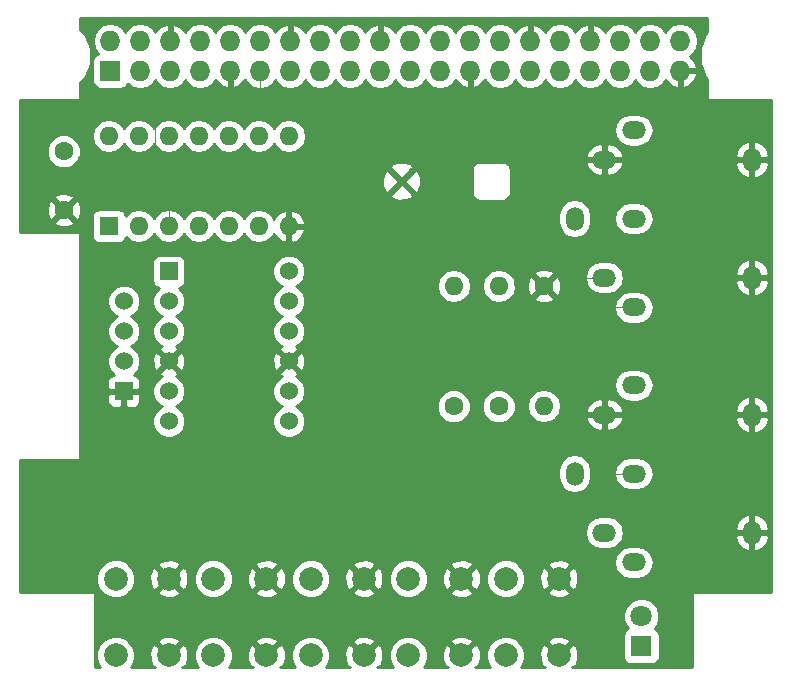
<source format=gbl>
G04 #@! TF.FileFunction,Copper,L2,Bot,Signal*
%FSLAX46Y46*%
G04 Gerber Fmt 4.6, Leading zero omitted, Abs format (unit mm)*
G04 Created by KiCad (PCBNEW 4.0.7) date 06/12/18 20:24:26*
%MOMM*%
%LPD*%
G01*
G04 APERTURE LIST*
%ADD10C,0.100000*%
%ADD11R,1.727200X1.727200*%
%ADD12O,1.727200X1.727200*%
%ADD13R,2.000000X2.000000*%
%ADD14C,2.000000*%
%ADD15R,1.800000X1.800000*%
%ADD16C,1.800000*%
%ADD17R,1.600000X1.600000*%
%ADD18O,1.600000X1.600000*%
%ADD19R,1.524000X1.524000*%
%ADD20C,1.524000*%
%ADD21C,1.600000*%
%ADD22O,2.000000X1.524000*%
%ADD23O,1.524000X2.000000*%
%ADD24C,0.600000*%
%ADD25C,0.254000*%
G04 APERTURE END LIST*
D10*
D11*
X31865000Y-33845000D03*
D12*
X31865000Y-31305000D03*
X34405000Y-33845000D03*
X34405000Y-31305000D03*
X36945000Y-33845000D03*
X36945000Y-31305000D03*
X39485000Y-33845000D03*
X39485000Y-31305000D03*
X42025000Y-33845000D03*
X42025000Y-31305000D03*
X44565000Y-33845000D03*
X44565000Y-31305000D03*
X47105000Y-33845000D03*
X47105000Y-31305000D03*
X49645000Y-33845000D03*
X49645000Y-31305000D03*
X52185000Y-33845000D03*
X52185000Y-31305000D03*
X54725000Y-33845000D03*
X54725000Y-31305000D03*
X57265000Y-33845000D03*
X57265000Y-31305000D03*
X59805000Y-33845000D03*
X59805000Y-31305000D03*
X62345000Y-33845000D03*
X62345000Y-31305000D03*
X64885000Y-33845000D03*
X64885000Y-31305000D03*
X67425000Y-33845000D03*
X67425000Y-31305000D03*
X69965000Y-33845000D03*
X69965000Y-31305000D03*
X72505000Y-33845000D03*
X72505000Y-31305000D03*
X75045000Y-33845000D03*
X75045000Y-31305000D03*
X77585000Y-33845000D03*
X77585000Y-31305000D03*
X80125000Y-33845000D03*
X80125000Y-31305000D03*
D13*
X61087000Y-38989000D03*
D14*
X61087000Y-46589000D03*
D15*
X76835000Y-82550000D03*
D16*
X76835000Y-80010000D03*
D17*
X31750000Y-46990000D03*
D18*
X46990000Y-39370000D03*
X34290000Y-46990000D03*
X44450000Y-39370000D03*
X36830000Y-46990000D03*
X41910000Y-39370000D03*
X39370000Y-46990000D03*
X39370000Y-39370000D03*
X41910000Y-46990000D03*
X36830000Y-39370000D03*
X44450000Y-46990000D03*
X34290000Y-39370000D03*
X46990000Y-46990000D03*
X31750000Y-39370000D03*
D19*
X36830000Y-50800000D03*
D20*
X36830000Y-53340000D03*
X36830000Y-55880000D03*
X36830000Y-58420000D03*
X36830000Y-60960000D03*
X36830000Y-63500000D03*
X46990000Y-63500000D03*
X46990000Y-60960000D03*
X46990000Y-58420000D03*
X46990000Y-55880000D03*
X46990000Y-53340000D03*
X46990000Y-50800000D03*
D21*
X68580000Y-52070000D03*
D18*
X68580000Y-62230000D03*
D21*
X64770000Y-62230000D03*
D18*
X64770000Y-52070000D03*
D21*
X60960000Y-62230000D03*
D18*
X60960000Y-52070000D03*
D14*
X32330000Y-76835000D03*
X36830000Y-76835000D03*
X32330000Y-83335000D03*
X36830000Y-83335000D03*
X40585000Y-76835000D03*
X45085000Y-76835000D03*
X40585000Y-83335000D03*
X45085000Y-83335000D03*
X48840000Y-76835000D03*
X53340000Y-76835000D03*
X48840000Y-83335000D03*
X53340000Y-83335000D03*
X57095000Y-76835000D03*
X61595000Y-76835000D03*
X57095000Y-83335000D03*
X61595000Y-83335000D03*
X65350000Y-76835000D03*
X69850000Y-76835000D03*
X65350000Y-83335000D03*
X69850000Y-83335000D03*
D21*
X27940000Y-40640000D03*
X27940000Y-45640000D03*
D22*
X73700000Y-51355000D03*
X73700000Y-41355000D03*
X76200000Y-53855000D03*
X76200000Y-38855000D03*
D23*
X86200000Y-51355000D03*
X86200000Y-41355000D03*
D22*
X76200000Y-46355000D03*
D23*
X71200000Y-46355000D03*
D22*
X73700000Y-72945000D03*
X73700000Y-62945000D03*
X76200000Y-75445000D03*
X76200000Y-60445000D03*
D23*
X86200000Y-72945000D03*
X86200000Y-62945000D03*
D22*
X76200000Y-67945000D03*
D23*
X71200000Y-67945000D03*
D19*
X33020000Y-60960000D03*
D20*
X33020000Y-58420000D03*
X33020000Y-55880000D03*
X33020000Y-53340000D03*
D24*
X35687000Y-35814000D03*
X35560000Y-41529000D03*
X68580000Y-54864000D03*
X43561000Y-36322000D03*
X37338000Y-44577000D03*
X50292000Y-56769000D03*
X50292000Y-53975000D03*
X70485000Y-50165000D03*
X48895000Y-42545000D03*
X55118000Y-40259000D03*
X49911000Y-41783000D03*
X53848000Y-37846000D03*
X51943000Y-63500000D03*
X54991000Y-52451000D03*
X51435000Y-62865000D03*
X54356000Y-51689000D03*
X50546000Y-48514000D03*
X53086000Y-59690000D03*
X51181000Y-61722000D03*
X51181000Y-52451000D03*
X51816000Y-61087000D03*
X51816000Y-51689000D03*
X52451000Y-60452000D03*
X52451000Y-52451000D03*
X53721000Y-59055000D03*
X53721000Y-49530000D03*
X67437000Y-66040000D03*
D10*
X35687000Y-41402000D02*
X35687000Y-35814000D01*
X35560000Y-41529000D02*
X35687000Y-41402000D01*
X76200000Y-53855000D02*
X70732000Y-53855000D01*
X69723000Y-54864000D02*
X68580000Y-54864000D01*
X70732000Y-53855000D02*
X69723000Y-54864000D01*
X44565000Y-35318000D02*
X43561000Y-36322000D01*
X44565000Y-33845000D02*
X44565000Y-35318000D01*
X36830000Y-45085000D02*
X37338000Y-44577000D01*
X36830000Y-45085000D02*
X36830000Y-46990000D01*
X50292000Y-56769000D02*
X50292000Y-53975000D01*
X71675000Y-51355000D02*
X73700000Y-51355000D01*
X70485000Y-50165000D02*
X71675000Y-51355000D01*
X49911000Y-42545000D02*
X48895000Y-42545000D01*
X55118000Y-40259000D02*
X52832000Y-42545000D01*
X52832000Y-42545000D02*
X49911000Y-42545000D01*
X49911000Y-41783000D02*
X53848000Y-37846000D01*
X51943000Y-63500000D02*
X54991000Y-60452000D01*
X54991000Y-60452000D02*
X54991000Y-52451000D01*
X51435000Y-62865000D02*
X54356000Y-59944000D01*
X54356000Y-59944000D02*
X54356000Y-51689000D01*
X53086000Y-51054000D02*
X50546000Y-48514000D01*
X53086000Y-59690000D02*
X53086000Y-51689000D01*
X53086000Y-51689000D02*
X53086000Y-51054000D01*
X51181000Y-61722000D02*
X51181000Y-52451000D01*
X51816000Y-61087000D02*
X51816000Y-51689000D01*
X52451000Y-60452000D02*
X52451000Y-52451000D01*
X53721000Y-52451000D02*
X53721000Y-49530000D01*
X53721000Y-59055000D02*
X53721000Y-52451000D01*
X76200000Y-67945000D02*
X74041000Y-67945000D01*
X72136000Y-66040000D02*
X67437000Y-66040000D01*
X74041000Y-67945000D02*
X72136000Y-66040000D01*
D25*
G36*
X82423000Y-30582824D02*
X82260877Y-30744664D01*
X81768561Y-31930294D01*
X81767441Y-33214074D01*
X82257687Y-34400561D01*
X82423000Y-34566163D01*
X82423000Y-36195000D01*
X82433006Y-36244410D01*
X82461447Y-36286035D01*
X82503841Y-36313315D01*
X82550000Y-36322000D01*
X87810000Y-36322000D01*
X87810000Y-77978000D01*
X81280000Y-77978000D01*
X81230590Y-77988006D01*
X81188965Y-78016447D01*
X81161685Y-78058841D01*
X81153000Y-78105000D01*
X81153000Y-84328000D01*
X71022608Y-84328000D01*
X71002534Y-84307926D01*
X71269387Y-84209264D01*
X71495908Y-83599539D01*
X71471856Y-82949540D01*
X71269387Y-82460736D01*
X71002532Y-82362073D01*
X70029605Y-83335000D01*
X70043748Y-83349143D01*
X69864143Y-83528748D01*
X69850000Y-83514605D01*
X69835858Y-83528748D01*
X69656253Y-83349143D01*
X69670395Y-83335000D01*
X68697468Y-82362073D01*
X68430613Y-82460736D01*
X68204092Y-83070461D01*
X68228144Y-83720460D01*
X68430613Y-84209264D01*
X68697466Y-84307926D01*
X68677392Y-84328000D01*
X66669526Y-84328000D01*
X66735278Y-84262363D01*
X66984716Y-83661648D01*
X66985284Y-83011205D01*
X66736894Y-82410057D01*
X66509703Y-82182468D01*
X68877073Y-82182468D01*
X69850000Y-83155395D01*
X70822927Y-82182468D01*
X70724264Y-81915613D01*
X70114539Y-81689092D01*
X69464540Y-81713144D01*
X68975736Y-81915613D01*
X68877073Y-82182468D01*
X66509703Y-82182468D01*
X66277363Y-81949722D01*
X65676648Y-81700284D01*
X65026205Y-81699716D01*
X64425057Y-81948106D01*
X63964722Y-82407637D01*
X63715284Y-83008352D01*
X63714716Y-83658795D01*
X63963106Y-84259943D01*
X64031044Y-84328000D01*
X62767608Y-84328000D01*
X62747534Y-84307926D01*
X63014387Y-84209264D01*
X63240908Y-83599539D01*
X63216856Y-82949540D01*
X63014387Y-82460736D01*
X62747532Y-82362073D01*
X61774605Y-83335000D01*
X61788748Y-83349143D01*
X61609143Y-83528748D01*
X61595000Y-83514605D01*
X61580858Y-83528748D01*
X61401253Y-83349143D01*
X61415395Y-83335000D01*
X60442468Y-82362073D01*
X60175613Y-82460736D01*
X59949092Y-83070461D01*
X59973144Y-83720460D01*
X60175613Y-84209264D01*
X60442466Y-84307926D01*
X60422392Y-84328000D01*
X58414526Y-84328000D01*
X58480278Y-84262363D01*
X58729716Y-83661648D01*
X58730284Y-83011205D01*
X58481894Y-82410057D01*
X58254703Y-82182468D01*
X60622073Y-82182468D01*
X61595000Y-83155395D01*
X62567927Y-82182468D01*
X62469264Y-81915613D01*
X61859539Y-81689092D01*
X61209540Y-81713144D01*
X60720736Y-81915613D01*
X60622073Y-82182468D01*
X58254703Y-82182468D01*
X58022363Y-81949722D01*
X57421648Y-81700284D01*
X56771205Y-81699716D01*
X56170057Y-81948106D01*
X55709722Y-82407637D01*
X55460284Y-83008352D01*
X55459716Y-83658795D01*
X55708106Y-84259943D01*
X55776044Y-84328000D01*
X54512608Y-84328000D01*
X54492534Y-84307926D01*
X54759387Y-84209264D01*
X54985908Y-83599539D01*
X54961856Y-82949540D01*
X54759387Y-82460736D01*
X54492532Y-82362073D01*
X53519605Y-83335000D01*
X53533748Y-83349143D01*
X53354143Y-83528748D01*
X53340000Y-83514605D01*
X53325858Y-83528748D01*
X53146253Y-83349143D01*
X53160395Y-83335000D01*
X52187468Y-82362073D01*
X51920613Y-82460736D01*
X51694092Y-83070461D01*
X51718144Y-83720460D01*
X51920613Y-84209264D01*
X52187466Y-84307926D01*
X52167392Y-84328000D01*
X50159526Y-84328000D01*
X50225278Y-84262363D01*
X50474716Y-83661648D01*
X50475284Y-83011205D01*
X50226894Y-82410057D01*
X49999703Y-82182468D01*
X52367073Y-82182468D01*
X53340000Y-83155395D01*
X54312927Y-82182468D01*
X54214264Y-81915613D01*
X53604539Y-81689092D01*
X52954540Y-81713144D01*
X52465736Y-81915613D01*
X52367073Y-82182468D01*
X49999703Y-82182468D01*
X49767363Y-81949722D01*
X49166648Y-81700284D01*
X48516205Y-81699716D01*
X47915057Y-81948106D01*
X47454722Y-82407637D01*
X47205284Y-83008352D01*
X47204716Y-83658795D01*
X47453106Y-84259943D01*
X47521044Y-84328000D01*
X46257608Y-84328000D01*
X46237534Y-84307926D01*
X46504387Y-84209264D01*
X46730908Y-83599539D01*
X46706856Y-82949540D01*
X46504387Y-82460736D01*
X46237532Y-82362073D01*
X45264605Y-83335000D01*
X45278748Y-83349143D01*
X45099143Y-83528748D01*
X45085000Y-83514605D01*
X45070858Y-83528748D01*
X44891253Y-83349143D01*
X44905395Y-83335000D01*
X43932468Y-82362073D01*
X43665613Y-82460736D01*
X43439092Y-83070461D01*
X43463144Y-83720460D01*
X43665613Y-84209264D01*
X43932466Y-84307926D01*
X43912392Y-84328000D01*
X41904526Y-84328000D01*
X41970278Y-84262363D01*
X42219716Y-83661648D01*
X42220284Y-83011205D01*
X41971894Y-82410057D01*
X41744703Y-82182468D01*
X44112073Y-82182468D01*
X45085000Y-83155395D01*
X46057927Y-82182468D01*
X45959264Y-81915613D01*
X45349539Y-81689092D01*
X44699540Y-81713144D01*
X44210736Y-81915613D01*
X44112073Y-82182468D01*
X41744703Y-82182468D01*
X41512363Y-81949722D01*
X40911648Y-81700284D01*
X40261205Y-81699716D01*
X39660057Y-81948106D01*
X39199722Y-82407637D01*
X38950284Y-83008352D01*
X38949716Y-83658795D01*
X39198106Y-84259943D01*
X39266044Y-84328000D01*
X38002608Y-84328000D01*
X37982534Y-84307926D01*
X38249387Y-84209264D01*
X38475908Y-83599539D01*
X38451856Y-82949540D01*
X38249387Y-82460736D01*
X37982532Y-82362073D01*
X37009605Y-83335000D01*
X37023748Y-83349143D01*
X36844143Y-83528748D01*
X36830000Y-83514605D01*
X36815858Y-83528748D01*
X36636253Y-83349143D01*
X36650395Y-83335000D01*
X35677468Y-82362073D01*
X35410613Y-82460736D01*
X35184092Y-83070461D01*
X35208144Y-83720460D01*
X35410613Y-84209264D01*
X35677466Y-84307926D01*
X35657392Y-84328000D01*
X33649526Y-84328000D01*
X33715278Y-84262363D01*
X33964716Y-83661648D01*
X33965284Y-83011205D01*
X33716894Y-82410057D01*
X33489703Y-82182468D01*
X35857073Y-82182468D01*
X36830000Y-83155395D01*
X37802927Y-82182468D01*
X37704264Y-81915613D01*
X37094539Y-81689092D01*
X36444540Y-81713144D01*
X35955736Y-81915613D01*
X35857073Y-82182468D01*
X33489703Y-82182468D01*
X33257363Y-81949722D01*
X32656648Y-81700284D01*
X32006205Y-81699716D01*
X31405057Y-81948106D01*
X30944722Y-82407637D01*
X30695284Y-83008352D01*
X30694716Y-83658795D01*
X30943106Y-84259943D01*
X31011044Y-84328000D01*
X30607000Y-84328000D01*
X30607000Y-81650000D01*
X75287560Y-81650000D01*
X75287560Y-83450000D01*
X75331838Y-83685317D01*
X75470910Y-83901441D01*
X75683110Y-84046431D01*
X75935000Y-84097440D01*
X77735000Y-84097440D01*
X77970317Y-84053162D01*
X78186441Y-83914090D01*
X78331431Y-83701890D01*
X78382440Y-83450000D01*
X78382440Y-81650000D01*
X78338162Y-81414683D01*
X78199090Y-81198559D01*
X77986890Y-81053569D01*
X77966466Y-81049433D01*
X78135551Y-80880643D01*
X78369733Y-80316670D01*
X78370265Y-79706009D01*
X78137068Y-79141629D01*
X77705643Y-78709449D01*
X77141670Y-78475267D01*
X76531009Y-78474735D01*
X75966629Y-78707932D01*
X75534449Y-79139357D01*
X75300267Y-79703330D01*
X75299735Y-80313991D01*
X75532932Y-80878371D01*
X75700880Y-81046613D01*
X75699683Y-81046838D01*
X75483559Y-81185910D01*
X75338569Y-81398110D01*
X75287560Y-81650000D01*
X30607000Y-81650000D01*
X30607000Y-78105000D01*
X30596994Y-78055590D01*
X30568553Y-78013965D01*
X30526159Y-77986685D01*
X30480000Y-77978000D01*
X24257000Y-77978000D01*
X24257000Y-77158795D01*
X30694716Y-77158795D01*
X30943106Y-77759943D01*
X31402637Y-78220278D01*
X32003352Y-78469716D01*
X32653795Y-78470284D01*
X33254943Y-78221894D01*
X33489715Y-77987532D01*
X35857073Y-77987532D01*
X35955736Y-78254387D01*
X36565461Y-78480908D01*
X37215460Y-78456856D01*
X37704264Y-78254387D01*
X37802927Y-77987532D01*
X36830000Y-77014605D01*
X35857073Y-77987532D01*
X33489715Y-77987532D01*
X33715278Y-77762363D01*
X33964716Y-77161648D01*
X33965232Y-76570461D01*
X35184092Y-76570461D01*
X35208144Y-77220460D01*
X35410613Y-77709264D01*
X35677468Y-77807927D01*
X36650395Y-76835000D01*
X37009605Y-76835000D01*
X37982532Y-77807927D01*
X38249387Y-77709264D01*
X38453893Y-77158795D01*
X38949716Y-77158795D01*
X39198106Y-77759943D01*
X39657637Y-78220278D01*
X40258352Y-78469716D01*
X40908795Y-78470284D01*
X41509943Y-78221894D01*
X41744715Y-77987532D01*
X44112073Y-77987532D01*
X44210736Y-78254387D01*
X44820461Y-78480908D01*
X45470460Y-78456856D01*
X45959264Y-78254387D01*
X46057927Y-77987532D01*
X45085000Y-77014605D01*
X44112073Y-77987532D01*
X41744715Y-77987532D01*
X41970278Y-77762363D01*
X42219716Y-77161648D01*
X42220232Y-76570461D01*
X43439092Y-76570461D01*
X43463144Y-77220460D01*
X43665613Y-77709264D01*
X43932468Y-77807927D01*
X44905395Y-76835000D01*
X45264605Y-76835000D01*
X46237532Y-77807927D01*
X46504387Y-77709264D01*
X46708893Y-77158795D01*
X47204716Y-77158795D01*
X47453106Y-77759943D01*
X47912637Y-78220278D01*
X48513352Y-78469716D01*
X49163795Y-78470284D01*
X49764943Y-78221894D01*
X49999715Y-77987532D01*
X52367073Y-77987532D01*
X52465736Y-78254387D01*
X53075461Y-78480908D01*
X53725460Y-78456856D01*
X54214264Y-78254387D01*
X54312927Y-77987532D01*
X53340000Y-77014605D01*
X52367073Y-77987532D01*
X49999715Y-77987532D01*
X50225278Y-77762363D01*
X50474716Y-77161648D01*
X50475232Y-76570461D01*
X51694092Y-76570461D01*
X51718144Y-77220460D01*
X51920613Y-77709264D01*
X52187468Y-77807927D01*
X53160395Y-76835000D01*
X53519605Y-76835000D01*
X54492532Y-77807927D01*
X54759387Y-77709264D01*
X54963893Y-77158795D01*
X55459716Y-77158795D01*
X55708106Y-77759943D01*
X56167637Y-78220278D01*
X56768352Y-78469716D01*
X57418795Y-78470284D01*
X58019943Y-78221894D01*
X58254715Y-77987532D01*
X60622073Y-77987532D01*
X60720736Y-78254387D01*
X61330461Y-78480908D01*
X61980460Y-78456856D01*
X62469264Y-78254387D01*
X62567927Y-77987532D01*
X61595000Y-77014605D01*
X60622073Y-77987532D01*
X58254715Y-77987532D01*
X58480278Y-77762363D01*
X58729716Y-77161648D01*
X58730232Y-76570461D01*
X59949092Y-76570461D01*
X59973144Y-77220460D01*
X60175613Y-77709264D01*
X60442468Y-77807927D01*
X61415395Y-76835000D01*
X61774605Y-76835000D01*
X62747532Y-77807927D01*
X63014387Y-77709264D01*
X63218893Y-77158795D01*
X63714716Y-77158795D01*
X63963106Y-77759943D01*
X64422637Y-78220278D01*
X65023352Y-78469716D01*
X65673795Y-78470284D01*
X66274943Y-78221894D01*
X66509715Y-77987532D01*
X68877073Y-77987532D01*
X68975736Y-78254387D01*
X69585461Y-78480908D01*
X70235460Y-78456856D01*
X70724264Y-78254387D01*
X70822927Y-77987532D01*
X69850000Y-77014605D01*
X68877073Y-77987532D01*
X66509715Y-77987532D01*
X66735278Y-77762363D01*
X66984716Y-77161648D01*
X66985232Y-76570461D01*
X68204092Y-76570461D01*
X68228144Y-77220460D01*
X68430613Y-77709264D01*
X68697468Y-77807927D01*
X69670395Y-76835000D01*
X70029605Y-76835000D01*
X71002532Y-77807927D01*
X71269387Y-77709264D01*
X71495908Y-77099539D01*
X71471856Y-76449540D01*
X71269387Y-75960736D01*
X71002532Y-75862073D01*
X70029605Y-76835000D01*
X69670395Y-76835000D01*
X68697468Y-75862073D01*
X68430613Y-75960736D01*
X68204092Y-76570461D01*
X66985232Y-76570461D01*
X66985284Y-76511205D01*
X66736894Y-75910057D01*
X66509703Y-75682468D01*
X68877073Y-75682468D01*
X69850000Y-76655395D01*
X70822927Y-75682468D01*
X70735130Y-75445000D01*
X74532968Y-75445000D01*
X74639308Y-75979609D01*
X74942140Y-76432828D01*
X75395359Y-76735660D01*
X75929968Y-76842000D01*
X76470032Y-76842000D01*
X77004641Y-76735660D01*
X77457860Y-76432828D01*
X77760692Y-75979609D01*
X77867032Y-75445000D01*
X77760692Y-74910391D01*
X77457860Y-74457172D01*
X77004641Y-74154340D01*
X76470032Y-74048000D01*
X75929968Y-74048000D01*
X75395359Y-74154340D01*
X74942140Y-74457172D01*
X74639308Y-74910391D01*
X74532968Y-75445000D01*
X70735130Y-75445000D01*
X70724264Y-75415613D01*
X70114539Y-75189092D01*
X69464540Y-75213144D01*
X68975736Y-75415613D01*
X68877073Y-75682468D01*
X66509703Y-75682468D01*
X66277363Y-75449722D01*
X65676648Y-75200284D01*
X65026205Y-75199716D01*
X64425057Y-75448106D01*
X63964722Y-75907637D01*
X63715284Y-76508352D01*
X63714716Y-77158795D01*
X63218893Y-77158795D01*
X63240908Y-77099539D01*
X63216856Y-76449540D01*
X63014387Y-75960736D01*
X62747532Y-75862073D01*
X61774605Y-76835000D01*
X61415395Y-76835000D01*
X60442468Y-75862073D01*
X60175613Y-75960736D01*
X59949092Y-76570461D01*
X58730232Y-76570461D01*
X58730284Y-76511205D01*
X58481894Y-75910057D01*
X58254703Y-75682468D01*
X60622073Y-75682468D01*
X61595000Y-76655395D01*
X62567927Y-75682468D01*
X62469264Y-75415613D01*
X61859539Y-75189092D01*
X61209540Y-75213144D01*
X60720736Y-75415613D01*
X60622073Y-75682468D01*
X58254703Y-75682468D01*
X58022363Y-75449722D01*
X57421648Y-75200284D01*
X56771205Y-75199716D01*
X56170057Y-75448106D01*
X55709722Y-75907637D01*
X55460284Y-76508352D01*
X55459716Y-77158795D01*
X54963893Y-77158795D01*
X54985908Y-77099539D01*
X54961856Y-76449540D01*
X54759387Y-75960736D01*
X54492532Y-75862073D01*
X53519605Y-76835000D01*
X53160395Y-76835000D01*
X52187468Y-75862073D01*
X51920613Y-75960736D01*
X51694092Y-76570461D01*
X50475232Y-76570461D01*
X50475284Y-76511205D01*
X50226894Y-75910057D01*
X49999703Y-75682468D01*
X52367073Y-75682468D01*
X53340000Y-76655395D01*
X54312927Y-75682468D01*
X54214264Y-75415613D01*
X53604539Y-75189092D01*
X52954540Y-75213144D01*
X52465736Y-75415613D01*
X52367073Y-75682468D01*
X49999703Y-75682468D01*
X49767363Y-75449722D01*
X49166648Y-75200284D01*
X48516205Y-75199716D01*
X47915057Y-75448106D01*
X47454722Y-75907637D01*
X47205284Y-76508352D01*
X47204716Y-77158795D01*
X46708893Y-77158795D01*
X46730908Y-77099539D01*
X46706856Y-76449540D01*
X46504387Y-75960736D01*
X46237532Y-75862073D01*
X45264605Y-76835000D01*
X44905395Y-76835000D01*
X43932468Y-75862073D01*
X43665613Y-75960736D01*
X43439092Y-76570461D01*
X42220232Y-76570461D01*
X42220284Y-76511205D01*
X41971894Y-75910057D01*
X41744703Y-75682468D01*
X44112073Y-75682468D01*
X45085000Y-76655395D01*
X46057927Y-75682468D01*
X45959264Y-75415613D01*
X45349539Y-75189092D01*
X44699540Y-75213144D01*
X44210736Y-75415613D01*
X44112073Y-75682468D01*
X41744703Y-75682468D01*
X41512363Y-75449722D01*
X40911648Y-75200284D01*
X40261205Y-75199716D01*
X39660057Y-75448106D01*
X39199722Y-75907637D01*
X38950284Y-76508352D01*
X38949716Y-77158795D01*
X38453893Y-77158795D01*
X38475908Y-77099539D01*
X38451856Y-76449540D01*
X38249387Y-75960736D01*
X37982532Y-75862073D01*
X37009605Y-76835000D01*
X36650395Y-76835000D01*
X35677468Y-75862073D01*
X35410613Y-75960736D01*
X35184092Y-76570461D01*
X33965232Y-76570461D01*
X33965284Y-76511205D01*
X33716894Y-75910057D01*
X33489703Y-75682468D01*
X35857073Y-75682468D01*
X36830000Y-76655395D01*
X37802927Y-75682468D01*
X37704264Y-75415613D01*
X37094539Y-75189092D01*
X36444540Y-75213144D01*
X35955736Y-75415613D01*
X35857073Y-75682468D01*
X33489703Y-75682468D01*
X33257363Y-75449722D01*
X32656648Y-75200284D01*
X32006205Y-75199716D01*
X31405057Y-75448106D01*
X30944722Y-75907637D01*
X30695284Y-76508352D01*
X30694716Y-77158795D01*
X24257000Y-77158795D01*
X24257000Y-72945000D01*
X72032968Y-72945000D01*
X72139308Y-73479609D01*
X72442140Y-73932828D01*
X72895359Y-74235660D01*
X73429968Y-74342000D01*
X73970032Y-74342000D01*
X74504641Y-74235660D01*
X74957860Y-73932828D01*
X75260692Y-73479609D01*
X75297871Y-73292692D01*
X84797870Y-73292692D01*
X84946578Y-73820914D01*
X85286108Y-74252020D01*
X85764770Y-74520377D01*
X85856930Y-74537220D01*
X86073000Y-74414720D01*
X86073000Y-73072000D01*
X86327000Y-73072000D01*
X86327000Y-74414720D01*
X86543070Y-74537220D01*
X86635230Y-74520377D01*
X87113892Y-74252020D01*
X87453422Y-73820914D01*
X87602130Y-73292692D01*
X87443277Y-73072000D01*
X86327000Y-73072000D01*
X86073000Y-73072000D01*
X84956723Y-73072000D01*
X84797870Y-73292692D01*
X75297871Y-73292692D01*
X75367032Y-72945000D01*
X75297872Y-72597308D01*
X84797870Y-72597308D01*
X84956723Y-72818000D01*
X86073000Y-72818000D01*
X86073000Y-71475280D01*
X86327000Y-71475280D01*
X86327000Y-72818000D01*
X87443277Y-72818000D01*
X87602130Y-72597308D01*
X87453422Y-72069086D01*
X87113892Y-71637980D01*
X86635230Y-71369623D01*
X86543070Y-71352780D01*
X86327000Y-71475280D01*
X86073000Y-71475280D01*
X85856930Y-71352780D01*
X85764770Y-71369623D01*
X85286108Y-71637980D01*
X84946578Y-72069086D01*
X84797870Y-72597308D01*
X75297872Y-72597308D01*
X75260692Y-72410391D01*
X74957860Y-71957172D01*
X74504641Y-71654340D01*
X73970032Y-71548000D01*
X73429968Y-71548000D01*
X72895359Y-71654340D01*
X72442140Y-71957172D01*
X72139308Y-72410391D01*
X72032968Y-72945000D01*
X24257000Y-72945000D01*
X24257000Y-67674968D01*
X69803000Y-67674968D01*
X69803000Y-68215032D01*
X69909340Y-68749641D01*
X70212172Y-69202860D01*
X70665391Y-69505692D01*
X71200000Y-69612032D01*
X71734609Y-69505692D01*
X72187828Y-69202860D01*
X72490660Y-68749641D01*
X72597000Y-68215032D01*
X72597000Y-67945000D01*
X74532968Y-67945000D01*
X74639308Y-68479609D01*
X74942140Y-68932828D01*
X75395359Y-69235660D01*
X75929968Y-69342000D01*
X76470032Y-69342000D01*
X77004641Y-69235660D01*
X77457860Y-68932828D01*
X77760692Y-68479609D01*
X77867032Y-67945000D01*
X77760692Y-67410391D01*
X77457860Y-66957172D01*
X77004641Y-66654340D01*
X76470032Y-66548000D01*
X75929968Y-66548000D01*
X75395359Y-66654340D01*
X74942140Y-66957172D01*
X74639308Y-67410391D01*
X74532968Y-67945000D01*
X72597000Y-67945000D01*
X72597000Y-67674968D01*
X72490660Y-67140359D01*
X72187828Y-66687140D01*
X71734609Y-66384308D01*
X71200000Y-66277968D01*
X70665391Y-66384308D01*
X70212172Y-66687140D01*
X69909340Y-67140359D01*
X69803000Y-67674968D01*
X24257000Y-67674968D01*
X24257000Y-66802000D01*
X29210000Y-66802000D01*
X29259410Y-66791994D01*
X29301035Y-66763553D01*
X29328315Y-66721159D01*
X29337000Y-66675000D01*
X29337000Y-61245750D01*
X31623000Y-61245750D01*
X31623000Y-61848310D01*
X31719673Y-62081699D01*
X31898302Y-62260327D01*
X32131691Y-62357000D01*
X32734250Y-62357000D01*
X32893000Y-62198250D01*
X32893000Y-61087000D01*
X33147000Y-61087000D01*
X33147000Y-62198250D01*
X33305750Y-62357000D01*
X33908309Y-62357000D01*
X34141698Y-62260327D01*
X34320327Y-62081699D01*
X34417000Y-61848310D01*
X34417000Y-61245750D01*
X34407911Y-61236661D01*
X35432758Y-61236661D01*
X35644990Y-61750303D01*
X36037630Y-62143629D01*
X36245512Y-62229949D01*
X36039697Y-62314990D01*
X35646371Y-62707630D01*
X35433243Y-63220900D01*
X35432758Y-63776661D01*
X35644990Y-64290303D01*
X36037630Y-64683629D01*
X36550900Y-64896757D01*
X37106661Y-64897242D01*
X37620303Y-64685010D01*
X38013629Y-64292370D01*
X38226757Y-63779100D01*
X38227242Y-63223339D01*
X38015010Y-62709697D01*
X37622370Y-62316371D01*
X37414488Y-62230051D01*
X37620303Y-62145010D01*
X38013629Y-61752370D01*
X38226757Y-61239100D01*
X38226759Y-61236661D01*
X45592758Y-61236661D01*
X45804990Y-61750303D01*
X46197630Y-62143629D01*
X46405512Y-62229949D01*
X46199697Y-62314990D01*
X45806371Y-62707630D01*
X45593243Y-63220900D01*
X45592758Y-63776661D01*
X45804990Y-64290303D01*
X46197630Y-64683629D01*
X46710900Y-64896757D01*
X47266661Y-64897242D01*
X47780303Y-64685010D01*
X48173629Y-64292370D01*
X48386757Y-63779100D01*
X48387242Y-63223339D01*
X48175010Y-62709697D01*
X47979841Y-62514187D01*
X59524752Y-62514187D01*
X59742757Y-63041800D01*
X60146077Y-63445824D01*
X60673309Y-63664750D01*
X61244187Y-63665248D01*
X61771800Y-63447243D01*
X62175824Y-63043923D01*
X62394750Y-62516691D01*
X62394752Y-62514187D01*
X63334752Y-62514187D01*
X63552757Y-63041800D01*
X63956077Y-63445824D01*
X64483309Y-63664750D01*
X65054187Y-63665248D01*
X65581800Y-63447243D01*
X65985824Y-63043923D01*
X66204750Y-62516691D01*
X66205024Y-62201887D01*
X67145000Y-62201887D01*
X67145000Y-62258113D01*
X67254233Y-62807264D01*
X67565302Y-63272811D01*
X68030849Y-63583880D01*
X68580000Y-63693113D01*
X69129151Y-63583880D01*
X69571861Y-63288070D01*
X72107780Y-63288070D01*
X72124623Y-63380230D01*
X72392980Y-63858892D01*
X72824086Y-64198422D01*
X73352308Y-64347130D01*
X73573000Y-64188277D01*
X73573000Y-63072000D01*
X73827000Y-63072000D01*
X73827000Y-64188277D01*
X74047692Y-64347130D01*
X74575914Y-64198422D01*
X75007020Y-63858892D01*
X75275377Y-63380230D01*
X75291375Y-63292692D01*
X84797870Y-63292692D01*
X84946578Y-63820914D01*
X85286108Y-64252020D01*
X85764770Y-64520377D01*
X85856930Y-64537220D01*
X86073000Y-64414720D01*
X86073000Y-63072000D01*
X86327000Y-63072000D01*
X86327000Y-64414720D01*
X86543070Y-64537220D01*
X86635230Y-64520377D01*
X87113892Y-64252020D01*
X87453422Y-63820914D01*
X87602130Y-63292692D01*
X87443277Y-63072000D01*
X86327000Y-63072000D01*
X86073000Y-63072000D01*
X84956723Y-63072000D01*
X84797870Y-63292692D01*
X75291375Y-63292692D01*
X75292220Y-63288070D01*
X75169720Y-63072000D01*
X73827000Y-63072000D01*
X73573000Y-63072000D01*
X72230280Y-63072000D01*
X72107780Y-63288070D01*
X69571861Y-63288070D01*
X69594698Y-63272811D01*
X69905767Y-62807264D01*
X69946610Y-62601930D01*
X72107780Y-62601930D01*
X72230280Y-62818000D01*
X73573000Y-62818000D01*
X73573000Y-61701723D01*
X73827000Y-61701723D01*
X73827000Y-62818000D01*
X75169720Y-62818000D01*
X75292220Y-62601930D01*
X75291376Y-62597308D01*
X84797870Y-62597308D01*
X84956723Y-62818000D01*
X86073000Y-62818000D01*
X86073000Y-61475280D01*
X86327000Y-61475280D01*
X86327000Y-62818000D01*
X87443277Y-62818000D01*
X87602130Y-62597308D01*
X87453422Y-62069086D01*
X87113892Y-61637980D01*
X86635230Y-61369623D01*
X86543070Y-61352780D01*
X86327000Y-61475280D01*
X86073000Y-61475280D01*
X85856930Y-61352780D01*
X85764770Y-61369623D01*
X85286108Y-61637980D01*
X84946578Y-62069086D01*
X84797870Y-62597308D01*
X75291376Y-62597308D01*
X75275377Y-62509770D01*
X75007020Y-62031108D01*
X74575914Y-61691578D01*
X74047692Y-61542870D01*
X73827000Y-61701723D01*
X73573000Y-61701723D01*
X73352308Y-61542870D01*
X72824086Y-61691578D01*
X72392980Y-62031108D01*
X72124623Y-62509770D01*
X72107780Y-62601930D01*
X69946610Y-62601930D01*
X70015000Y-62258113D01*
X70015000Y-62201887D01*
X69905767Y-61652736D01*
X69594698Y-61187189D01*
X69129151Y-60876120D01*
X68580000Y-60766887D01*
X68030849Y-60876120D01*
X67565302Y-61187189D01*
X67254233Y-61652736D01*
X67145000Y-62201887D01*
X66205024Y-62201887D01*
X66205248Y-61945813D01*
X65987243Y-61418200D01*
X65583923Y-61014176D01*
X65056691Y-60795250D01*
X64485813Y-60794752D01*
X63958200Y-61012757D01*
X63554176Y-61416077D01*
X63335250Y-61943309D01*
X63334752Y-62514187D01*
X62394752Y-62514187D01*
X62395248Y-61945813D01*
X62177243Y-61418200D01*
X61773923Y-61014176D01*
X61246691Y-60795250D01*
X60675813Y-60794752D01*
X60148200Y-61012757D01*
X59744176Y-61416077D01*
X59525250Y-61943309D01*
X59524752Y-62514187D01*
X47979841Y-62514187D01*
X47782370Y-62316371D01*
X47574488Y-62230051D01*
X47780303Y-62145010D01*
X48173629Y-61752370D01*
X48386757Y-61239100D01*
X48387242Y-60683339D01*
X48288763Y-60445000D01*
X74532968Y-60445000D01*
X74639308Y-60979609D01*
X74942140Y-61432828D01*
X75395359Y-61735660D01*
X75929968Y-61842000D01*
X76470032Y-61842000D01*
X77004641Y-61735660D01*
X77457860Y-61432828D01*
X77760692Y-60979609D01*
X77867032Y-60445000D01*
X77760692Y-59910391D01*
X77457860Y-59457172D01*
X77004641Y-59154340D01*
X76470032Y-59048000D01*
X75929968Y-59048000D01*
X75395359Y-59154340D01*
X74942140Y-59457172D01*
X74639308Y-59910391D01*
X74532968Y-60445000D01*
X48288763Y-60445000D01*
X48175010Y-60169697D01*
X47782370Y-59776371D01*
X47590273Y-59696605D01*
X47721143Y-59642397D01*
X47790608Y-59400213D01*
X46990000Y-58599605D01*
X46189392Y-59400213D01*
X46258857Y-59642397D01*
X46399318Y-59692509D01*
X46199697Y-59774990D01*
X45806371Y-60167630D01*
X45593243Y-60680900D01*
X45592758Y-61236661D01*
X38226759Y-61236661D01*
X38227242Y-60683339D01*
X38015010Y-60169697D01*
X37622370Y-59776371D01*
X37430273Y-59696605D01*
X37561143Y-59642397D01*
X37630608Y-59400213D01*
X36830000Y-58599605D01*
X36029392Y-59400213D01*
X36098857Y-59642397D01*
X36239318Y-59692509D01*
X36039697Y-59774990D01*
X35646371Y-60167630D01*
X35433243Y-60680900D01*
X35432758Y-61236661D01*
X34407911Y-61236661D01*
X34258250Y-61087000D01*
X33147000Y-61087000D01*
X32893000Y-61087000D01*
X31781750Y-61087000D01*
X31623000Y-61245750D01*
X29337000Y-61245750D01*
X29337000Y-53616661D01*
X31622758Y-53616661D01*
X31834990Y-54130303D01*
X32227630Y-54523629D01*
X32435512Y-54609949D01*
X32229697Y-54694990D01*
X31836371Y-55087630D01*
X31623243Y-55600900D01*
X31622758Y-56156661D01*
X31834990Y-56670303D01*
X32227630Y-57063629D01*
X32435512Y-57149949D01*
X32229697Y-57234990D01*
X31836371Y-57627630D01*
X31623243Y-58140900D01*
X31622758Y-58696661D01*
X31834990Y-59210303D01*
X32187072Y-59563000D01*
X32131691Y-59563000D01*
X31898302Y-59659673D01*
X31719673Y-59838301D01*
X31623000Y-60071690D01*
X31623000Y-60674250D01*
X31781750Y-60833000D01*
X32893000Y-60833000D01*
X32893000Y-60813000D01*
X33147000Y-60813000D01*
X33147000Y-60833000D01*
X34258250Y-60833000D01*
X34417000Y-60674250D01*
X34417000Y-60071690D01*
X34320327Y-59838301D01*
X34141698Y-59659673D01*
X33908309Y-59563000D01*
X33852386Y-59563000D01*
X34203629Y-59212370D01*
X34416757Y-58699100D01*
X34417181Y-58212302D01*
X35420856Y-58212302D01*
X35448638Y-58767368D01*
X35607603Y-59151143D01*
X35849787Y-59220608D01*
X36650395Y-58420000D01*
X37009605Y-58420000D01*
X37810213Y-59220608D01*
X38052397Y-59151143D01*
X38239144Y-58627698D01*
X38218353Y-58212302D01*
X45580856Y-58212302D01*
X45608638Y-58767368D01*
X45767603Y-59151143D01*
X46009787Y-59220608D01*
X46810395Y-58420000D01*
X47169605Y-58420000D01*
X47970213Y-59220608D01*
X48212397Y-59151143D01*
X48399144Y-58627698D01*
X48371362Y-58072632D01*
X48212397Y-57688857D01*
X47970213Y-57619392D01*
X47169605Y-58420000D01*
X46810395Y-58420000D01*
X46009787Y-57619392D01*
X45767603Y-57688857D01*
X45580856Y-58212302D01*
X38218353Y-58212302D01*
X38211362Y-58072632D01*
X38052397Y-57688857D01*
X37810213Y-57619392D01*
X37009605Y-58420000D01*
X36650395Y-58420000D01*
X35849787Y-57619392D01*
X35607603Y-57688857D01*
X35420856Y-58212302D01*
X34417181Y-58212302D01*
X34417242Y-58143339D01*
X34205010Y-57629697D01*
X33812370Y-57236371D01*
X33604488Y-57150051D01*
X33810303Y-57065010D01*
X34203629Y-56672370D01*
X34416757Y-56159100D01*
X34417242Y-55603339D01*
X34205010Y-55089697D01*
X33812370Y-54696371D01*
X33604488Y-54610051D01*
X33810303Y-54525010D01*
X34203629Y-54132370D01*
X34416757Y-53619100D01*
X34417242Y-53063339D01*
X34205010Y-52549697D01*
X33812370Y-52156371D01*
X33299100Y-51943243D01*
X32743339Y-51942758D01*
X32229697Y-52154990D01*
X31836371Y-52547630D01*
X31623243Y-53060900D01*
X31622758Y-53616661D01*
X29337000Y-53616661D01*
X29337000Y-50038000D01*
X35420560Y-50038000D01*
X35420560Y-51562000D01*
X35464838Y-51797317D01*
X35603910Y-52013441D01*
X35816110Y-52158431D01*
X35999124Y-52195492D01*
X35646371Y-52547630D01*
X35433243Y-53060900D01*
X35432758Y-53616661D01*
X35644990Y-54130303D01*
X36037630Y-54523629D01*
X36245512Y-54609949D01*
X36039697Y-54694990D01*
X35646371Y-55087630D01*
X35433243Y-55600900D01*
X35432758Y-56156661D01*
X35644990Y-56670303D01*
X36037630Y-57063629D01*
X36229727Y-57143395D01*
X36098857Y-57197603D01*
X36029392Y-57439787D01*
X36830000Y-58240395D01*
X37630608Y-57439787D01*
X37561143Y-57197603D01*
X37420682Y-57147491D01*
X37620303Y-57065010D01*
X38013629Y-56672370D01*
X38226757Y-56159100D01*
X38227242Y-55603339D01*
X38015010Y-55089697D01*
X37622370Y-54696371D01*
X37414488Y-54610051D01*
X37620303Y-54525010D01*
X38013629Y-54132370D01*
X38226757Y-53619100D01*
X38227242Y-53063339D01*
X38015010Y-52549697D01*
X37662167Y-52196237D01*
X37827317Y-52165162D01*
X38043441Y-52026090D01*
X38188431Y-51813890D01*
X38239440Y-51562000D01*
X38239440Y-51076661D01*
X45592758Y-51076661D01*
X45804990Y-51590303D01*
X46197630Y-51983629D01*
X46405512Y-52069949D01*
X46199697Y-52154990D01*
X45806371Y-52547630D01*
X45593243Y-53060900D01*
X45592758Y-53616661D01*
X45804990Y-54130303D01*
X46197630Y-54523629D01*
X46405512Y-54609949D01*
X46199697Y-54694990D01*
X45806371Y-55087630D01*
X45593243Y-55600900D01*
X45592758Y-56156661D01*
X45804990Y-56670303D01*
X46197630Y-57063629D01*
X46389727Y-57143395D01*
X46258857Y-57197603D01*
X46189392Y-57439787D01*
X46990000Y-58240395D01*
X47790608Y-57439787D01*
X47721143Y-57197603D01*
X47580682Y-57147491D01*
X47780303Y-57065010D01*
X48173629Y-56672370D01*
X48386757Y-56159100D01*
X48387242Y-55603339D01*
X48175010Y-55089697D01*
X47782370Y-54696371D01*
X47574488Y-54610051D01*
X47780303Y-54525010D01*
X48173629Y-54132370D01*
X48288802Y-53855000D01*
X74532968Y-53855000D01*
X74639308Y-54389609D01*
X74942140Y-54842828D01*
X75395359Y-55145660D01*
X75929968Y-55252000D01*
X76470032Y-55252000D01*
X77004641Y-55145660D01*
X77457860Y-54842828D01*
X77760692Y-54389609D01*
X77867032Y-53855000D01*
X77760692Y-53320391D01*
X77457860Y-52867172D01*
X77004641Y-52564340D01*
X76470032Y-52458000D01*
X75929968Y-52458000D01*
X75395359Y-52564340D01*
X74942140Y-52867172D01*
X74639308Y-53320391D01*
X74532968Y-53855000D01*
X48288802Y-53855000D01*
X48386757Y-53619100D01*
X48387242Y-53063339D01*
X48175010Y-52549697D01*
X47782370Y-52156371D01*
X47574488Y-52070051D01*
X47642650Y-52041887D01*
X59525000Y-52041887D01*
X59525000Y-52098113D01*
X59634233Y-52647264D01*
X59945302Y-53112811D01*
X60410849Y-53423880D01*
X60960000Y-53533113D01*
X61509151Y-53423880D01*
X61974698Y-53112811D01*
X62285767Y-52647264D01*
X62395000Y-52098113D01*
X62395000Y-52041887D01*
X63335000Y-52041887D01*
X63335000Y-52098113D01*
X63444233Y-52647264D01*
X63755302Y-53112811D01*
X64220849Y-53423880D01*
X64770000Y-53533113D01*
X65319151Y-53423880D01*
X65784698Y-53112811D01*
X65808128Y-53077745D01*
X67751861Y-53077745D01*
X67825995Y-53323864D01*
X68363223Y-53516965D01*
X68933454Y-53489778D01*
X69334005Y-53323864D01*
X69408139Y-53077745D01*
X68580000Y-52249605D01*
X67751861Y-53077745D01*
X65808128Y-53077745D01*
X66095767Y-52647264D01*
X66205000Y-52098113D01*
X66205000Y-52041887D01*
X66167473Y-51853223D01*
X67133035Y-51853223D01*
X67160222Y-52423454D01*
X67326136Y-52824005D01*
X67572255Y-52898139D01*
X68400395Y-52070000D01*
X68759605Y-52070000D01*
X69587745Y-52898139D01*
X69833864Y-52824005D01*
X70026965Y-52286777D01*
X69999778Y-51716546D01*
X69850021Y-51355000D01*
X72032968Y-51355000D01*
X72139308Y-51889609D01*
X72442140Y-52342828D01*
X72895359Y-52645660D01*
X73429968Y-52752000D01*
X73970032Y-52752000D01*
X74504641Y-52645660D01*
X74957860Y-52342828D01*
X75260692Y-51889609D01*
X75297871Y-51702692D01*
X84797870Y-51702692D01*
X84946578Y-52230914D01*
X85286108Y-52662020D01*
X85764770Y-52930377D01*
X85856930Y-52947220D01*
X86073000Y-52824720D01*
X86073000Y-51482000D01*
X86327000Y-51482000D01*
X86327000Y-52824720D01*
X86543070Y-52947220D01*
X86635230Y-52930377D01*
X87113892Y-52662020D01*
X87453422Y-52230914D01*
X87602130Y-51702692D01*
X87443277Y-51482000D01*
X86327000Y-51482000D01*
X86073000Y-51482000D01*
X84956723Y-51482000D01*
X84797870Y-51702692D01*
X75297871Y-51702692D01*
X75367032Y-51355000D01*
X75297872Y-51007308D01*
X84797870Y-51007308D01*
X84956723Y-51228000D01*
X86073000Y-51228000D01*
X86073000Y-49885280D01*
X86327000Y-49885280D01*
X86327000Y-51228000D01*
X87443277Y-51228000D01*
X87602130Y-51007308D01*
X87453422Y-50479086D01*
X87113892Y-50047980D01*
X86635230Y-49779623D01*
X86543070Y-49762780D01*
X86327000Y-49885280D01*
X86073000Y-49885280D01*
X85856930Y-49762780D01*
X85764770Y-49779623D01*
X85286108Y-50047980D01*
X84946578Y-50479086D01*
X84797870Y-51007308D01*
X75297872Y-51007308D01*
X75260692Y-50820391D01*
X74957860Y-50367172D01*
X74504641Y-50064340D01*
X73970032Y-49958000D01*
X73429968Y-49958000D01*
X72895359Y-50064340D01*
X72442140Y-50367172D01*
X72139308Y-50820391D01*
X72032968Y-51355000D01*
X69850021Y-51355000D01*
X69833864Y-51315995D01*
X69587745Y-51241861D01*
X68759605Y-52070000D01*
X68400395Y-52070000D01*
X67572255Y-51241861D01*
X67326136Y-51315995D01*
X67133035Y-51853223D01*
X66167473Y-51853223D01*
X66095767Y-51492736D01*
X65808129Y-51062255D01*
X67751861Y-51062255D01*
X68580000Y-51890395D01*
X69408139Y-51062255D01*
X69334005Y-50816136D01*
X68796777Y-50623035D01*
X68226546Y-50650222D01*
X67825995Y-50816136D01*
X67751861Y-51062255D01*
X65808129Y-51062255D01*
X65784698Y-51027189D01*
X65319151Y-50716120D01*
X64770000Y-50606887D01*
X64220849Y-50716120D01*
X63755302Y-51027189D01*
X63444233Y-51492736D01*
X63335000Y-52041887D01*
X62395000Y-52041887D01*
X62285767Y-51492736D01*
X61974698Y-51027189D01*
X61509151Y-50716120D01*
X60960000Y-50606887D01*
X60410849Y-50716120D01*
X59945302Y-51027189D01*
X59634233Y-51492736D01*
X59525000Y-52041887D01*
X47642650Y-52041887D01*
X47780303Y-51985010D01*
X48173629Y-51592370D01*
X48386757Y-51079100D01*
X48387242Y-50523339D01*
X48175010Y-50009697D01*
X47782370Y-49616371D01*
X47269100Y-49403243D01*
X46713339Y-49402758D01*
X46199697Y-49614990D01*
X45806371Y-50007630D01*
X45593243Y-50520900D01*
X45592758Y-51076661D01*
X38239440Y-51076661D01*
X38239440Y-50038000D01*
X38195162Y-49802683D01*
X38056090Y-49586559D01*
X37843890Y-49441569D01*
X37592000Y-49390560D01*
X36068000Y-49390560D01*
X35832683Y-49434838D01*
X35616559Y-49573910D01*
X35471569Y-49786110D01*
X35420560Y-50038000D01*
X29337000Y-50038000D01*
X29337000Y-47625000D01*
X29326994Y-47575590D01*
X29298553Y-47533965D01*
X29256159Y-47506685D01*
X29210000Y-47498000D01*
X24257000Y-47498000D01*
X24257000Y-46647745D01*
X27111861Y-46647745D01*
X27185995Y-46893864D01*
X27723223Y-47086965D01*
X28293454Y-47059778D01*
X28694005Y-46893864D01*
X28768139Y-46647745D01*
X27940000Y-45819605D01*
X27111861Y-46647745D01*
X24257000Y-46647745D01*
X24257000Y-45423223D01*
X26493035Y-45423223D01*
X26520222Y-45993454D01*
X26686136Y-46394005D01*
X26932255Y-46468139D01*
X27760395Y-45640000D01*
X28119605Y-45640000D01*
X28947745Y-46468139D01*
X29193864Y-46394005D01*
X29267191Y-46190000D01*
X30302560Y-46190000D01*
X30302560Y-47790000D01*
X30346838Y-48025317D01*
X30485910Y-48241441D01*
X30698110Y-48386431D01*
X30950000Y-48437440D01*
X32550000Y-48437440D01*
X32785317Y-48393162D01*
X33001441Y-48254090D01*
X33146431Y-48041890D01*
X33177815Y-47886911D01*
X33275302Y-48032811D01*
X33740849Y-48343880D01*
X34290000Y-48453113D01*
X34839151Y-48343880D01*
X35304698Y-48032811D01*
X35560000Y-47650725D01*
X35815302Y-48032811D01*
X36280849Y-48343880D01*
X36830000Y-48453113D01*
X37379151Y-48343880D01*
X37844698Y-48032811D01*
X38100000Y-47650725D01*
X38355302Y-48032811D01*
X38820849Y-48343880D01*
X39370000Y-48453113D01*
X39919151Y-48343880D01*
X40384698Y-48032811D01*
X40640000Y-47650725D01*
X40895302Y-48032811D01*
X41360849Y-48343880D01*
X41910000Y-48453113D01*
X42459151Y-48343880D01*
X42924698Y-48032811D01*
X43180000Y-47650725D01*
X43435302Y-48032811D01*
X43900849Y-48343880D01*
X44450000Y-48453113D01*
X44999151Y-48343880D01*
X45464698Y-48032811D01*
X45734986Y-47628297D01*
X45837611Y-47845134D01*
X46252577Y-48221041D01*
X46640961Y-48381904D01*
X46863000Y-48259915D01*
X46863000Y-47117000D01*
X47117000Y-47117000D01*
X47117000Y-48259915D01*
X47339039Y-48381904D01*
X47727423Y-48221041D01*
X48142389Y-47845134D01*
X48381914Y-47339041D01*
X48260629Y-47117000D01*
X47117000Y-47117000D01*
X46863000Y-47117000D01*
X46843000Y-47117000D01*
X46843000Y-46863000D01*
X46863000Y-46863000D01*
X46863000Y-45720085D01*
X47117000Y-45720085D01*
X47117000Y-46863000D01*
X48260629Y-46863000D01*
X48381914Y-46640959D01*
X48142389Y-46134866D01*
X48087307Y-46084968D01*
X69803000Y-46084968D01*
X69803000Y-46625032D01*
X69909340Y-47159641D01*
X70212172Y-47612860D01*
X70665391Y-47915692D01*
X71200000Y-48022032D01*
X71734609Y-47915692D01*
X72187828Y-47612860D01*
X72490660Y-47159641D01*
X72597000Y-46625032D01*
X72597000Y-46355000D01*
X74532968Y-46355000D01*
X74639308Y-46889609D01*
X74942140Y-47342828D01*
X75395359Y-47645660D01*
X75929968Y-47752000D01*
X76470032Y-47752000D01*
X77004641Y-47645660D01*
X77457860Y-47342828D01*
X77760692Y-46889609D01*
X77867032Y-46355000D01*
X77760692Y-45820391D01*
X77457860Y-45367172D01*
X77004641Y-45064340D01*
X76470032Y-44958000D01*
X75929968Y-44958000D01*
X75395359Y-45064340D01*
X74942140Y-45367172D01*
X74639308Y-45820391D01*
X74532968Y-46355000D01*
X72597000Y-46355000D01*
X72597000Y-46084968D01*
X72490660Y-45550359D01*
X72187828Y-45097140D01*
X71734609Y-44794308D01*
X71200000Y-44687968D01*
X70665391Y-44794308D01*
X70212172Y-45097140D01*
X69909340Y-45550359D01*
X69803000Y-46084968D01*
X48087307Y-46084968D01*
X47727423Y-45758959D01*
X47339039Y-45598096D01*
X47117000Y-45720085D01*
X46863000Y-45720085D01*
X46640961Y-45598096D01*
X46252577Y-45758959D01*
X45837611Y-46134866D01*
X45734986Y-46351703D01*
X45464698Y-45947189D01*
X44999151Y-45636120D01*
X44450000Y-45526887D01*
X43900849Y-45636120D01*
X43435302Y-45947189D01*
X43180000Y-46329275D01*
X42924698Y-45947189D01*
X42459151Y-45636120D01*
X41910000Y-45526887D01*
X41360849Y-45636120D01*
X40895302Y-45947189D01*
X40640000Y-46329275D01*
X40384698Y-45947189D01*
X39919151Y-45636120D01*
X39370000Y-45526887D01*
X38820849Y-45636120D01*
X38355302Y-45947189D01*
X38100000Y-46329275D01*
X37844698Y-45947189D01*
X37379151Y-45636120D01*
X36830000Y-45526887D01*
X36280849Y-45636120D01*
X35815302Y-45947189D01*
X35560000Y-46329275D01*
X35304698Y-45947189D01*
X34839151Y-45636120D01*
X34290000Y-45526887D01*
X33740849Y-45636120D01*
X33275302Y-45947189D01*
X33178899Y-46091465D01*
X33153162Y-45954683D01*
X33014090Y-45738559D01*
X32801890Y-45593569D01*
X32550000Y-45542560D01*
X30950000Y-45542560D01*
X30714683Y-45586838D01*
X30498559Y-45725910D01*
X30353569Y-45938110D01*
X30302560Y-46190000D01*
X29267191Y-46190000D01*
X29386965Y-45856777D01*
X29359778Y-45286546D01*
X29193864Y-44885995D01*
X28947745Y-44811861D01*
X28119605Y-45640000D01*
X27760395Y-45640000D01*
X26932255Y-44811861D01*
X26686136Y-44885995D01*
X26493035Y-45423223D01*
X24257000Y-45423223D01*
X24257000Y-44632255D01*
X27111861Y-44632255D01*
X27940000Y-45460395D01*
X28768139Y-44632255D01*
X28694005Y-44386136D01*
X28544873Y-44332532D01*
X55562073Y-44332532D01*
X55660736Y-44599387D01*
X56270461Y-44825908D01*
X56920460Y-44801856D01*
X57409264Y-44599387D01*
X57507927Y-44332532D01*
X56535000Y-43359605D01*
X55562073Y-44332532D01*
X28544873Y-44332532D01*
X28156777Y-44193035D01*
X27586546Y-44220222D01*
X27185995Y-44386136D01*
X27111861Y-44632255D01*
X24257000Y-44632255D01*
X24257000Y-42915461D01*
X54889092Y-42915461D01*
X54913144Y-43565460D01*
X55115613Y-44054264D01*
X55382468Y-44152927D01*
X56355395Y-43180000D01*
X56714605Y-43180000D01*
X57687532Y-44152927D01*
X57954387Y-44054264D01*
X58180908Y-43444539D01*
X58156856Y-42794540D01*
X57954387Y-42305736D01*
X57687532Y-42207073D01*
X56714605Y-43180000D01*
X56355395Y-43180000D01*
X55382468Y-42207073D01*
X55115613Y-42305736D01*
X54889092Y-42915461D01*
X24257000Y-42915461D01*
X24257000Y-40924187D01*
X26504752Y-40924187D01*
X26722757Y-41451800D01*
X27126077Y-41855824D01*
X27653309Y-42074750D01*
X28224187Y-42075248D01*
X28339823Y-42027468D01*
X55562073Y-42027468D01*
X56535000Y-43000395D01*
X57355395Y-42180000D01*
X62487560Y-42180000D01*
X62487560Y-44180000D01*
X62531838Y-44415317D01*
X62670910Y-44631441D01*
X62883110Y-44776431D01*
X63135000Y-44827440D01*
X65135000Y-44827440D01*
X65370317Y-44783162D01*
X65586441Y-44644090D01*
X65731431Y-44431890D01*
X65782440Y-44180000D01*
X65782440Y-42180000D01*
X65738162Y-41944683D01*
X65599090Y-41728559D01*
X65554468Y-41698070D01*
X72107780Y-41698070D01*
X72124623Y-41790230D01*
X72392980Y-42268892D01*
X72824086Y-42608422D01*
X73352308Y-42757130D01*
X73573000Y-42598277D01*
X73573000Y-41482000D01*
X73827000Y-41482000D01*
X73827000Y-42598277D01*
X74047692Y-42757130D01*
X74575914Y-42608422D01*
X75007020Y-42268892D01*
X75275377Y-41790230D01*
X75291375Y-41702692D01*
X84797870Y-41702692D01*
X84946578Y-42230914D01*
X85286108Y-42662020D01*
X85764770Y-42930377D01*
X85856930Y-42947220D01*
X86073000Y-42824720D01*
X86073000Y-41482000D01*
X86327000Y-41482000D01*
X86327000Y-42824720D01*
X86543070Y-42947220D01*
X86635230Y-42930377D01*
X87113892Y-42662020D01*
X87453422Y-42230914D01*
X87602130Y-41702692D01*
X87443277Y-41482000D01*
X86327000Y-41482000D01*
X86073000Y-41482000D01*
X84956723Y-41482000D01*
X84797870Y-41702692D01*
X75291375Y-41702692D01*
X75292220Y-41698070D01*
X75169720Y-41482000D01*
X73827000Y-41482000D01*
X73573000Y-41482000D01*
X72230280Y-41482000D01*
X72107780Y-41698070D01*
X65554468Y-41698070D01*
X65386890Y-41583569D01*
X65135000Y-41532560D01*
X63135000Y-41532560D01*
X62899683Y-41576838D01*
X62683559Y-41715910D01*
X62538569Y-41928110D01*
X62487560Y-42180000D01*
X57355395Y-42180000D01*
X57507927Y-42027468D01*
X57409264Y-41760613D01*
X56799539Y-41534092D01*
X56149540Y-41558144D01*
X55660736Y-41760613D01*
X55562073Y-42027468D01*
X28339823Y-42027468D01*
X28751800Y-41857243D01*
X29155824Y-41453923D01*
X29339355Y-41011930D01*
X72107780Y-41011930D01*
X72230280Y-41228000D01*
X73573000Y-41228000D01*
X73573000Y-40111723D01*
X73827000Y-40111723D01*
X73827000Y-41228000D01*
X75169720Y-41228000D01*
X75292220Y-41011930D01*
X75291376Y-41007308D01*
X84797870Y-41007308D01*
X84956723Y-41228000D01*
X86073000Y-41228000D01*
X86073000Y-39885280D01*
X86327000Y-39885280D01*
X86327000Y-41228000D01*
X87443277Y-41228000D01*
X87602130Y-41007308D01*
X87453422Y-40479086D01*
X87113892Y-40047980D01*
X86635230Y-39779623D01*
X86543070Y-39762780D01*
X86327000Y-39885280D01*
X86073000Y-39885280D01*
X85856930Y-39762780D01*
X85764770Y-39779623D01*
X85286108Y-40047980D01*
X84946578Y-40479086D01*
X84797870Y-41007308D01*
X75291376Y-41007308D01*
X75275377Y-40919770D01*
X75007020Y-40441108D01*
X74575914Y-40101578D01*
X74047692Y-39952870D01*
X73827000Y-40111723D01*
X73573000Y-40111723D01*
X73352308Y-39952870D01*
X72824086Y-40101578D01*
X72392980Y-40441108D01*
X72124623Y-40919770D01*
X72107780Y-41011930D01*
X29339355Y-41011930D01*
X29374750Y-40926691D01*
X29375248Y-40355813D01*
X29157243Y-39828200D01*
X28753923Y-39424176D01*
X28555750Y-39341887D01*
X30315000Y-39341887D01*
X30315000Y-39398113D01*
X30424233Y-39947264D01*
X30735302Y-40412811D01*
X31200849Y-40723880D01*
X31750000Y-40833113D01*
X32299151Y-40723880D01*
X32764698Y-40412811D01*
X33020000Y-40030725D01*
X33275302Y-40412811D01*
X33740849Y-40723880D01*
X34290000Y-40833113D01*
X34839151Y-40723880D01*
X35304698Y-40412811D01*
X35560000Y-40030725D01*
X35815302Y-40412811D01*
X36280849Y-40723880D01*
X36830000Y-40833113D01*
X37379151Y-40723880D01*
X37844698Y-40412811D01*
X38100000Y-40030725D01*
X38355302Y-40412811D01*
X38820849Y-40723880D01*
X39370000Y-40833113D01*
X39919151Y-40723880D01*
X40384698Y-40412811D01*
X40640000Y-40030725D01*
X40895302Y-40412811D01*
X41360849Y-40723880D01*
X41910000Y-40833113D01*
X42459151Y-40723880D01*
X42924698Y-40412811D01*
X43180000Y-40030725D01*
X43435302Y-40412811D01*
X43900849Y-40723880D01*
X44450000Y-40833113D01*
X44999151Y-40723880D01*
X45464698Y-40412811D01*
X45720000Y-40030725D01*
X45975302Y-40412811D01*
X46440849Y-40723880D01*
X46990000Y-40833113D01*
X47539151Y-40723880D01*
X48004698Y-40412811D01*
X48315767Y-39947264D01*
X48425000Y-39398113D01*
X48425000Y-39341887D01*
X48328153Y-38855000D01*
X74532968Y-38855000D01*
X74639308Y-39389609D01*
X74942140Y-39842828D01*
X75395359Y-40145660D01*
X75929968Y-40252000D01*
X76470032Y-40252000D01*
X77004641Y-40145660D01*
X77457860Y-39842828D01*
X77760692Y-39389609D01*
X77867032Y-38855000D01*
X77760692Y-38320391D01*
X77457860Y-37867172D01*
X77004641Y-37564340D01*
X76470032Y-37458000D01*
X75929968Y-37458000D01*
X75395359Y-37564340D01*
X74942140Y-37867172D01*
X74639308Y-38320391D01*
X74532968Y-38855000D01*
X48328153Y-38855000D01*
X48315767Y-38792736D01*
X48004698Y-38327189D01*
X47539151Y-38016120D01*
X46990000Y-37906887D01*
X46440849Y-38016120D01*
X45975302Y-38327189D01*
X45720000Y-38709275D01*
X45464698Y-38327189D01*
X44999151Y-38016120D01*
X44450000Y-37906887D01*
X43900849Y-38016120D01*
X43435302Y-38327189D01*
X43180000Y-38709275D01*
X42924698Y-38327189D01*
X42459151Y-38016120D01*
X41910000Y-37906887D01*
X41360849Y-38016120D01*
X40895302Y-38327189D01*
X40640000Y-38709275D01*
X40384698Y-38327189D01*
X39919151Y-38016120D01*
X39370000Y-37906887D01*
X38820849Y-38016120D01*
X38355302Y-38327189D01*
X38100000Y-38709275D01*
X37844698Y-38327189D01*
X37379151Y-38016120D01*
X36830000Y-37906887D01*
X36280849Y-38016120D01*
X35815302Y-38327189D01*
X35560000Y-38709275D01*
X35304698Y-38327189D01*
X34839151Y-38016120D01*
X34290000Y-37906887D01*
X33740849Y-38016120D01*
X33275302Y-38327189D01*
X33020000Y-38709275D01*
X32764698Y-38327189D01*
X32299151Y-38016120D01*
X31750000Y-37906887D01*
X31200849Y-38016120D01*
X30735302Y-38327189D01*
X30424233Y-38792736D01*
X30315000Y-39341887D01*
X28555750Y-39341887D01*
X28226691Y-39205250D01*
X27655813Y-39204752D01*
X27128200Y-39422757D01*
X26724176Y-39826077D01*
X26505250Y-40353309D01*
X26504752Y-40924187D01*
X24257000Y-40924187D01*
X24257000Y-36322000D01*
X29210000Y-36322000D01*
X29259410Y-36311994D01*
X29301035Y-36283553D01*
X29328315Y-36241159D01*
X29337000Y-36195000D01*
X29337000Y-34796775D01*
X29729123Y-34405336D01*
X30221439Y-33219706D01*
X30221646Y-32981400D01*
X30353960Y-32981400D01*
X30353960Y-34708600D01*
X30398238Y-34943917D01*
X30537310Y-35160041D01*
X30749510Y-35305031D01*
X31001400Y-35356040D01*
X32728600Y-35356040D01*
X32963917Y-35311762D01*
X33180041Y-35172690D01*
X33325031Y-34960490D01*
X33333864Y-34916869D01*
X33345330Y-34934029D01*
X33831511Y-35258885D01*
X34405000Y-35372959D01*
X34978489Y-35258885D01*
X35464670Y-34934029D01*
X35675000Y-34619248D01*
X35885330Y-34934029D01*
X36371511Y-35258885D01*
X36945000Y-35372959D01*
X37518489Y-35258885D01*
X38004670Y-34934029D01*
X38215000Y-34619248D01*
X38425330Y-34934029D01*
X38911511Y-35258885D01*
X39485000Y-35372959D01*
X40058489Y-35258885D01*
X40544670Y-34934029D01*
X40760664Y-34610772D01*
X40818179Y-34733490D01*
X41250053Y-35127688D01*
X41665974Y-35299958D01*
X41898000Y-35178817D01*
X41898000Y-33972000D01*
X41878000Y-33972000D01*
X41878000Y-33718000D01*
X41898000Y-33718000D01*
X41898000Y-33698000D01*
X42152000Y-33698000D01*
X42152000Y-33718000D01*
X42172000Y-33718000D01*
X42172000Y-33972000D01*
X42152000Y-33972000D01*
X42152000Y-35178817D01*
X42384026Y-35299958D01*
X42799947Y-35127688D01*
X43231821Y-34733490D01*
X43289336Y-34610772D01*
X43505330Y-34934029D01*
X43991511Y-35258885D01*
X44565000Y-35372959D01*
X45138489Y-35258885D01*
X45624670Y-34934029D01*
X45835000Y-34619248D01*
X46045330Y-34934029D01*
X46531511Y-35258885D01*
X47105000Y-35372959D01*
X47678489Y-35258885D01*
X48164670Y-34934029D01*
X48375000Y-34619248D01*
X48585330Y-34934029D01*
X49071511Y-35258885D01*
X49645000Y-35372959D01*
X50218489Y-35258885D01*
X50704670Y-34934029D01*
X50915000Y-34619248D01*
X51125330Y-34934029D01*
X51611511Y-35258885D01*
X52185000Y-35372959D01*
X52758489Y-35258885D01*
X53244670Y-34934029D01*
X53455000Y-34619248D01*
X53665330Y-34934029D01*
X54151511Y-35258885D01*
X54725000Y-35372959D01*
X55298489Y-35258885D01*
X55784670Y-34934029D01*
X55995000Y-34619248D01*
X56205330Y-34934029D01*
X56691511Y-35258885D01*
X57265000Y-35372959D01*
X57838489Y-35258885D01*
X58324670Y-34934029D01*
X58535000Y-34619248D01*
X58745330Y-34934029D01*
X59231511Y-35258885D01*
X59805000Y-35372959D01*
X60378489Y-35258885D01*
X60864670Y-34934029D01*
X61080664Y-34610772D01*
X61138179Y-34733490D01*
X61570053Y-35127688D01*
X61985974Y-35299958D01*
X62218000Y-35178817D01*
X62218000Y-33972000D01*
X62198000Y-33972000D01*
X62198000Y-33718000D01*
X62218000Y-33718000D01*
X62218000Y-33698000D01*
X62472000Y-33698000D01*
X62472000Y-33718000D01*
X62492000Y-33718000D01*
X62492000Y-33972000D01*
X62472000Y-33972000D01*
X62472000Y-35178817D01*
X62704026Y-35299958D01*
X63119947Y-35127688D01*
X63551821Y-34733490D01*
X63609336Y-34610772D01*
X63825330Y-34934029D01*
X64311511Y-35258885D01*
X64885000Y-35372959D01*
X65458489Y-35258885D01*
X65944670Y-34934029D01*
X66155000Y-34619248D01*
X66365330Y-34934029D01*
X66851511Y-35258885D01*
X67425000Y-35372959D01*
X67998489Y-35258885D01*
X68484670Y-34934029D01*
X68695000Y-34619248D01*
X68905330Y-34934029D01*
X69391511Y-35258885D01*
X69965000Y-35372959D01*
X70538489Y-35258885D01*
X71024670Y-34934029D01*
X71235000Y-34619248D01*
X71445330Y-34934029D01*
X71931511Y-35258885D01*
X72505000Y-35372959D01*
X73078489Y-35258885D01*
X73564670Y-34934029D01*
X73775000Y-34619248D01*
X73985330Y-34934029D01*
X74471511Y-35258885D01*
X75045000Y-35372959D01*
X75618489Y-35258885D01*
X76104670Y-34934029D01*
X76315000Y-34619248D01*
X76525330Y-34934029D01*
X77011511Y-35258885D01*
X77585000Y-35372959D01*
X78158489Y-35258885D01*
X78644670Y-34934029D01*
X78860664Y-34610772D01*
X78918179Y-34733490D01*
X79350053Y-35127688D01*
X79765974Y-35299958D01*
X79998000Y-35178817D01*
X79998000Y-33972000D01*
X80252000Y-33972000D01*
X80252000Y-35178817D01*
X80484026Y-35299958D01*
X80899947Y-35127688D01*
X81331821Y-34733490D01*
X81579968Y-34204027D01*
X81459469Y-33972000D01*
X80252000Y-33972000D01*
X79998000Y-33972000D01*
X79978000Y-33972000D01*
X79978000Y-33718000D01*
X79998000Y-33718000D01*
X79998000Y-33698000D01*
X80252000Y-33698000D01*
X80252000Y-33718000D01*
X81459469Y-33718000D01*
X81579968Y-33485973D01*
X81331821Y-32956510D01*
X80913839Y-32574992D01*
X81184670Y-32394029D01*
X81509526Y-31907848D01*
X81623600Y-31334359D01*
X81623600Y-31275641D01*
X81509526Y-30702152D01*
X81184670Y-30215971D01*
X80698489Y-29891115D01*
X80125000Y-29777041D01*
X79551511Y-29891115D01*
X79065330Y-30215971D01*
X78855000Y-30530752D01*
X78644670Y-30215971D01*
X78158489Y-29891115D01*
X77585000Y-29777041D01*
X77011511Y-29891115D01*
X76525330Y-30215971D01*
X76315000Y-30530752D01*
X76104670Y-30215971D01*
X75618489Y-29891115D01*
X75045000Y-29777041D01*
X74471511Y-29891115D01*
X73985330Y-30215971D01*
X73769336Y-30539228D01*
X73711821Y-30416510D01*
X73279947Y-30022312D01*
X72864026Y-29850042D01*
X72632000Y-29971183D01*
X72632000Y-31178000D01*
X72652000Y-31178000D01*
X72652000Y-31432000D01*
X72632000Y-31432000D01*
X72632000Y-31452000D01*
X72378000Y-31452000D01*
X72378000Y-31432000D01*
X72358000Y-31432000D01*
X72358000Y-31178000D01*
X72378000Y-31178000D01*
X72378000Y-29971183D01*
X72145974Y-29850042D01*
X71730053Y-30022312D01*
X71298179Y-30416510D01*
X71240664Y-30539228D01*
X71024670Y-30215971D01*
X70538489Y-29891115D01*
X69965000Y-29777041D01*
X69391511Y-29891115D01*
X68905330Y-30215971D01*
X68689336Y-30539228D01*
X68631821Y-30416510D01*
X68199947Y-30022312D01*
X67784026Y-29850042D01*
X67552000Y-29971183D01*
X67552000Y-31178000D01*
X67572000Y-31178000D01*
X67572000Y-31432000D01*
X67552000Y-31432000D01*
X67552000Y-31452000D01*
X67298000Y-31452000D01*
X67298000Y-31432000D01*
X67278000Y-31432000D01*
X67278000Y-31178000D01*
X67298000Y-31178000D01*
X67298000Y-29971183D01*
X67065974Y-29850042D01*
X66650053Y-30022312D01*
X66218179Y-30416510D01*
X66160664Y-30539228D01*
X65944670Y-30215971D01*
X65458489Y-29891115D01*
X64885000Y-29777041D01*
X64311511Y-29891115D01*
X63825330Y-30215971D01*
X63615000Y-30530752D01*
X63404670Y-30215971D01*
X62918489Y-29891115D01*
X62345000Y-29777041D01*
X61771511Y-29891115D01*
X61285330Y-30215971D01*
X61075000Y-30530752D01*
X60864670Y-30215971D01*
X60378489Y-29891115D01*
X59805000Y-29777041D01*
X59231511Y-29891115D01*
X58745330Y-30215971D01*
X58535000Y-30530752D01*
X58324670Y-30215971D01*
X57838489Y-29891115D01*
X57265000Y-29777041D01*
X56691511Y-29891115D01*
X56205330Y-30215971D01*
X55989336Y-30539228D01*
X55931821Y-30416510D01*
X55499947Y-30022312D01*
X55084026Y-29850042D01*
X54852000Y-29971183D01*
X54852000Y-31178000D01*
X54872000Y-31178000D01*
X54872000Y-31432000D01*
X54852000Y-31432000D01*
X54852000Y-31452000D01*
X54598000Y-31452000D01*
X54598000Y-31432000D01*
X54578000Y-31432000D01*
X54578000Y-31178000D01*
X54598000Y-31178000D01*
X54598000Y-29971183D01*
X54365974Y-29850042D01*
X53950053Y-30022312D01*
X53518179Y-30416510D01*
X53460664Y-30539228D01*
X53244670Y-30215971D01*
X52758489Y-29891115D01*
X52185000Y-29777041D01*
X51611511Y-29891115D01*
X51125330Y-30215971D01*
X50915000Y-30530752D01*
X50704670Y-30215971D01*
X50218489Y-29891115D01*
X49645000Y-29777041D01*
X49071511Y-29891115D01*
X48585330Y-30215971D01*
X48369336Y-30539228D01*
X48311821Y-30416510D01*
X47879947Y-30022312D01*
X47464026Y-29850042D01*
X47232000Y-29971183D01*
X47232000Y-31178000D01*
X47252000Y-31178000D01*
X47252000Y-31432000D01*
X47232000Y-31432000D01*
X47232000Y-31452000D01*
X46978000Y-31452000D01*
X46978000Y-31432000D01*
X46958000Y-31432000D01*
X46958000Y-31178000D01*
X46978000Y-31178000D01*
X46978000Y-29971183D01*
X46745974Y-29850042D01*
X46330053Y-30022312D01*
X45898179Y-30416510D01*
X45840664Y-30539228D01*
X45624670Y-30215971D01*
X45138489Y-29891115D01*
X44565000Y-29777041D01*
X43991511Y-29891115D01*
X43505330Y-30215971D01*
X43295000Y-30530752D01*
X43084670Y-30215971D01*
X42598489Y-29891115D01*
X42025000Y-29777041D01*
X41451511Y-29891115D01*
X40965330Y-30215971D01*
X40755000Y-30530752D01*
X40544670Y-30215971D01*
X40058489Y-29891115D01*
X39485000Y-29777041D01*
X38911511Y-29891115D01*
X38425330Y-30215971D01*
X38209336Y-30539228D01*
X38151821Y-30416510D01*
X37719947Y-30022312D01*
X37304026Y-29850042D01*
X37072000Y-29971183D01*
X37072000Y-31178000D01*
X37092000Y-31178000D01*
X37092000Y-31432000D01*
X37072000Y-31432000D01*
X37072000Y-31452000D01*
X36818000Y-31452000D01*
X36818000Y-31432000D01*
X36798000Y-31432000D01*
X36798000Y-31178000D01*
X36818000Y-31178000D01*
X36818000Y-29971183D01*
X36585974Y-29850042D01*
X36170053Y-30022312D01*
X35738179Y-30416510D01*
X35680664Y-30539228D01*
X35464670Y-30215971D01*
X34978489Y-29891115D01*
X34405000Y-29777041D01*
X33831511Y-29891115D01*
X33345330Y-30215971D01*
X33135000Y-30530752D01*
X32924670Y-30215971D01*
X32438489Y-29891115D01*
X31865000Y-29777041D01*
X31291511Y-29891115D01*
X30805330Y-30215971D01*
X30480474Y-30702152D01*
X30366400Y-31275641D01*
X30366400Y-31334359D01*
X30480474Y-31907848D01*
X30791574Y-32373442D01*
X30766083Y-32378238D01*
X30549959Y-32517310D01*
X30404969Y-32729510D01*
X30353960Y-32981400D01*
X30221646Y-32981400D01*
X30222559Y-31935926D01*
X29732313Y-30749439D01*
X29337000Y-30353435D01*
X29337000Y-29337000D01*
X82423000Y-29337000D01*
X82423000Y-30582824D01*
X82423000Y-30582824D01*
G37*
X82423000Y-30582824D02*
X82260877Y-30744664D01*
X81768561Y-31930294D01*
X81767441Y-33214074D01*
X82257687Y-34400561D01*
X82423000Y-34566163D01*
X82423000Y-36195000D01*
X82433006Y-36244410D01*
X82461447Y-36286035D01*
X82503841Y-36313315D01*
X82550000Y-36322000D01*
X87810000Y-36322000D01*
X87810000Y-77978000D01*
X81280000Y-77978000D01*
X81230590Y-77988006D01*
X81188965Y-78016447D01*
X81161685Y-78058841D01*
X81153000Y-78105000D01*
X81153000Y-84328000D01*
X71022608Y-84328000D01*
X71002534Y-84307926D01*
X71269387Y-84209264D01*
X71495908Y-83599539D01*
X71471856Y-82949540D01*
X71269387Y-82460736D01*
X71002532Y-82362073D01*
X70029605Y-83335000D01*
X70043748Y-83349143D01*
X69864143Y-83528748D01*
X69850000Y-83514605D01*
X69835858Y-83528748D01*
X69656253Y-83349143D01*
X69670395Y-83335000D01*
X68697468Y-82362073D01*
X68430613Y-82460736D01*
X68204092Y-83070461D01*
X68228144Y-83720460D01*
X68430613Y-84209264D01*
X68697466Y-84307926D01*
X68677392Y-84328000D01*
X66669526Y-84328000D01*
X66735278Y-84262363D01*
X66984716Y-83661648D01*
X66985284Y-83011205D01*
X66736894Y-82410057D01*
X66509703Y-82182468D01*
X68877073Y-82182468D01*
X69850000Y-83155395D01*
X70822927Y-82182468D01*
X70724264Y-81915613D01*
X70114539Y-81689092D01*
X69464540Y-81713144D01*
X68975736Y-81915613D01*
X68877073Y-82182468D01*
X66509703Y-82182468D01*
X66277363Y-81949722D01*
X65676648Y-81700284D01*
X65026205Y-81699716D01*
X64425057Y-81948106D01*
X63964722Y-82407637D01*
X63715284Y-83008352D01*
X63714716Y-83658795D01*
X63963106Y-84259943D01*
X64031044Y-84328000D01*
X62767608Y-84328000D01*
X62747534Y-84307926D01*
X63014387Y-84209264D01*
X63240908Y-83599539D01*
X63216856Y-82949540D01*
X63014387Y-82460736D01*
X62747532Y-82362073D01*
X61774605Y-83335000D01*
X61788748Y-83349143D01*
X61609143Y-83528748D01*
X61595000Y-83514605D01*
X61580858Y-83528748D01*
X61401253Y-83349143D01*
X61415395Y-83335000D01*
X60442468Y-82362073D01*
X60175613Y-82460736D01*
X59949092Y-83070461D01*
X59973144Y-83720460D01*
X60175613Y-84209264D01*
X60442466Y-84307926D01*
X60422392Y-84328000D01*
X58414526Y-84328000D01*
X58480278Y-84262363D01*
X58729716Y-83661648D01*
X58730284Y-83011205D01*
X58481894Y-82410057D01*
X58254703Y-82182468D01*
X60622073Y-82182468D01*
X61595000Y-83155395D01*
X62567927Y-82182468D01*
X62469264Y-81915613D01*
X61859539Y-81689092D01*
X61209540Y-81713144D01*
X60720736Y-81915613D01*
X60622073Y-82182468D01*
X58254703Y-82182468D01*
X58022363Y-81949722D01*
X57421648Y-81700284D01*
X56771205Y-81699716D01*
X56170057Y-81948106D01*
X55709722Y-82407637D01*
X55460284Y-83008352D01*
X55459716Y-83658795D01*
X55708106Y-84259943D01*
X55776044Y-84328000D01*
X54512608Y-84328000D01*
X54492534Y-84307926D01*
X54759387Y-84209264D01*
X54985908Y-83599539D01*
X54961856Y-82949540D01*
X54759387Y-82460736D01*
X54492532Y-82362073D01*
X53519605Y-83335000D01*
X53533748Y-83349143D01*
X53354143Y-83528748D01*
X53340000Y-83514605D01*
X53325858Y-83528748D01*
X53146253Y-83349143D01*
X53160395Y-83335000D01*
X52187468Y-82362073D01*
X51920613Y-82460736D01*
X51694092Y-83070461D01*
X51718144Y-83720460D01*
X51920613Y-84209264D01*
X52187466Y-84307926D01*
X52167392Y-84328000D01*
X50159526Y-84328000D01*
X50225278Y-84262363D01*
X50474716Y-83661648D01*
X50475284Y-83011205D01*
X50226894Y-82410057D01*
X49999703Y-82182468D01*
X52367073Y-82182468D01*
X53340000Y-83155395D01*
X54312927Y-82182468D01*
X54214264Y-81915613D01*
X53604539Y-81689092D01*
X52954540Y-81713144D01*
X52465736Y-81915613D01*
X52367073Y-82182468D01*
X49999703Y-82182468D01*
X49767363Y-81949722D01*
X49166648Y-81700284D01*
X48516205Y-81699716D01*
X47915057Y-81948106D01*
X47454722Y-82407637D01*
X47205284Y-83008352D01*
X47204716Y-83658795D01*
X47453106Y-84259943D01*
X47521044Y-84328000D01*
X46257608Y-84328000D01*
X46237534Y-84307926D01*
X46504387Y-84209264D01*
X46730908Y-83599539D01*
X46706856Y-82949540D01*
X46504387Y-82460736D01*
X46237532Y-82362073D01*
X45264605Y-83335000D01*
X45278748Y-83349143D01*
X45099143Y-83528748D01*
X45085000Y-83514605D01*
X45070858Y-83528748D01*
X44891253Y-83349143D01*
X44905395Y-83335000D01*
X43932468Y-82362073D01*
X43665613Y-82460736D01*
X43439092Y-83070461D01*
X43463144Y-83720460D01*
X43665613Y-84209264D01*
X43932466Y-84307926D01*
X43912392Y-84328000D01*
X41904526Y-84328000D01*
X41970278Y-84262363D01*
X42219716Y-83661648D01*
X42220284Y-83011205D01*
X41971894Y-82410057D01*
X41744703Y-82182468D01*
X44112073Y-82182468D01*
X45085000Y-83155395D01*
X46057927Y-82182468D01*
X45959264Y-81915613D01*
X45349539Y-81689092D01*
X44699540Y-81713144D01*
X44210736Y-81915613D01*
X44112073Y-82182468D01*
X41744703Y-82182468D01*
X41512363Y-81949722D01*
X40911648Y-81700284D01*
X40261205Y-81699716D01*
X39660057Y-81948106D01*
X39199722Y-82407637D01*
X38950284Y-83008352D01*
X38949716Y-83658795D01*
X39198106Y-84259943D01*
X39266044Y-84328000D01*
X38002608Y-84328000D01*
X37982534Y-84307926D01*
X38249387Y-84209264D01*
X38475908Y-83599539D01*
X38451856Y-82949540D01*
X38249387Y-82460736D01*
X37982532Y-82362073D01*
X37009605Y-83335000D01*
X37023748Y-83349143D01*
X36844143Y-83528748D01*
X36830000Y-83514605D01*
X36815858Y-83528748D01*
X36636253Y-83349143D01*
X36650395Y-83335000D01*
X35677468Y-82362073D01*
X35410613Y-82460736D01*
X35184092Y-83070461D01*
X35208144Y-83720460D01*
X35410613Y-84209264D01*
X35677466Y-84307926D01*
X35657392Y-84328000D01*
X33649526Y-84328000D01*
X33715278Y-84262363D01*
X33964716Y-83661648D01*
X33965284Y-83011205D01*
X33716894Y-82410057D01*
X33489703Y-82182468D01*
X35857073Y-82182468D01*
X36830000Y-83155395D01*
X37802927Y-82182468D01*
X37704264Y-81915613D01*
X37094539Y-81689092D01*
X36444540Y-81713144D01*
X35955736Y-81915613D01*
X35857073Y-82182468D01*
X33489703Y-82182468D01*
X33257363Y-81949722D01*
X32656648Y-81700284D01*
X32006205Y-81699716D01*
X31405057Y-81948106D01*
X30944722Y-82407637D01*
X30695284Y-83008352D01*
X30694716Y-83658795D01*
X30943106Y-84259943D01*
X31011044Y-84328000D01*
X30607000Y-84328000D01*
X30607000Y-81650000D01*
X75287560Y-81650000D01*
X75287560Y-83450000D01*
X75331838Y-83685317D01*
X75470910Y-83901441D01*
X75683110Y-84046431D01*
X75935000Y-84097440D01*
X77735000Y-84097440D01*
X77970317Y-84053162D01*
X78186441Y-83914090D01*
X78331431Y-83701890D01*
X78382440Y-83450000D01*
X78382440Y-81650000D01*
X78338162Y-81414683D01*
X78199090Y-81198559D01*
X77986890Y-81053569D01*
X77966466Y-81049433D01*
X78135551Y-80880643D01*
X78369733Y-80316670D01*
X78370265Y-79706009D01*
X78137068Y-79141629D01*
X77705643Y-78709449D01*
X77141670Y-78475267D01*
X76531009Y-78474735D01*
X75966629Y-78707932D01*
X75534449Y-79139357D01*
X75300267Y-79703330D01*
X75299735Y-80313991D01*
X75532932Y-80878371D01*
X75700880Y-81046613D01*
X75699683Y-81046838D01*
X75483559Y-81185910D01*
X75338569Y-81398110D01*
X75287560Y-81650000D01*
X30607000Y-81650000D01*
X30607000Y-78105000D01*
X30596994Y-78055590D01*
X30568553Y-78013965D01*
X30526159Y-77986685D01*
X30480000Y-77978000D01*
X24257000Y-77978000D01*
X24257000Y-77158795D01*
X30694716Y-77158795D01*
X30943106Y-77759943D01*
X31402637Y-78220278D01*
X32003352Y-78469716D01*
X32653795Y-78470284D01*
X33254943Y-78221894D01*
X33489715Y-77987532D01*
X35857073Y-77987532D01*
X35955736Y-78254387D01*
X36565461Y-78480908D01*
X37215460Y-78456856D01*
X37704264Y-78254387D01*
X37802927Y-77987532D01*
X36830000Y-77014605D01*
X35857073Y-77987532D01*
X33489715Y-77987532D01*
X33715278Y-77762363D01*
X33964716Y-77161648D01*
X33965232Y-76570461D01*
X35184092Y-76570461D01*
X35208144Y-77220460D01*
X35410613Y-77709264D01*
X35677468Y-77807927D01*
X36650395Y-76835000D01*
X37009605Y-76835000D01*
X37982532Y-77807927D01*
X38249387Y-77709264D01*
X38453893Y-77158795D01*
X38949716Y-77158795D01*
X39198106Y-77759943D01*
X39657637Y-78220278D01*
X40258352Y-78469716D01*
X40908795Y-78470284D01*
X41509943Y-78221894D01*
X41744715Y-77987532D01*
X44112073Y-77987532D01*
X44210736Y-78254387D01*
X44820461Y-78480908D01*
X45470460Y-78456856D01*
X45959264Y-78254387D01*
X46057927Y-77987532D01*
X45085000Y-77014605D01*
X44112073Y-77987532D01*
X41744715Y-77987532D01*
X41970278Y-77762363D01*
X42219716Y-77161648D01*
X42220232Y-76570461D01*
X43439092Y-76570461D01*
X43463144Y-77220460D01*
X43665613Y-77709264D01*
X43932468Y-77807927D01*
X44905395Y-76835000D01*
X45264605Y-76835000D01*
X46237532Y-77807927D01*
X46504387Y-77709264D01*
X46708893Y-77158795D01*
X47204716Y-77158795D01*
X47453106Y-77759943D01*
X47912637Y-78220278D01*
X48513352Y-78469716D01*
X49163795Y-78470284D01*
X49764943Y-78221894D01*
X49999715Y-77987532D01*
X52367073Y-77987532D01*
X52465736Y-78254387D01*
X53075461Y-78480908D01*
X53725460Y-78456856D01*
X54214264Y-78254387D01*
X54312927Y-77987532D01*
X53340000Y-77014605D01*
X52367073Y-77987532D01*
X49999715Y-77987532D01*
X50225278Y-77762363D01*
X50474716Y-77161648D01*
X50475232Y-76570461D01*
X51694092Y-76570461D01*
X51718144Y-77220460D01*
X51920613Y-77709264D01*
X52187468Y-77807927D01*
X53160395Y-76835000D01*
X53519605Y-76835000D01*
X54492532Y-77807927D01*
X54759387Y-77709264D01*
X54963893Y-77158795D01*
X55459716Y-77158795D01*
X55708106Y-77759943D01*
X56167637Y-78220278D01*
X56768352Y-78469716D01*
X57418795Y-78470284D01*
X58019943Y-78221894D01*
X58254715Y-77987532D01*
X60622073Y-77987532D01*
X60720736Y-78254387D01*
X61330461Y-78480908D01*
X61980460Y-78456856D01*
X62469264Y-78254387D01*
X62567927Y-77987532D01*
X61595000Y-77014605D01*
X60622073Y-77987532D01*
X58254715Y-77987532D01*
X58480278Y-77762363D01*
X58729716Y-77161648D01*
X58730232Y-76570461D01*
X59949092Y-76570461D01*
X59973144Y-77220460D01*
X60175613Y-77709264D01*
X60442468Y-77807927D01*
X61415395Y-76835000D01*
X61774605Y-76835000D01*
X62747532Y-77807927D01*
X63014387Y-77709264D01*
X63218893Y-77158795D01*
X63714716Y-77158795D01*
X63963106Y-77759943D01*
X64422637Y-78220278D01*
X65023352Y-78469716D01*
X65673795Y-78470284D01*
X66274943Y-78221894D01*
X66509715Y-77987532D01*
X68877073Y-77987532D01*
X68975736Y-78254387D01*
X69585461Y-78480908D01*
X70235460Y-78456856D01*
X70724264Y-78254387D01*
X70822927Y-77987532D01*
X69850000Y-77014605D01*
X68877073Y-77987532D01*
X66509715Y-77987532D01*
X66735278Y-77762363D01*
X66984716Y-77161648D01*
X66985232Y-76570461D01*
X68204092Y-76570461D01*
X68228144Y-77220460D01*
X68430613Y-77709264D01*
X68697468Y-77807927D01*
X69670395Y-76835000D01*
X70029605Y-76835000D01*
X71002532Y-77807927D01*
X71269387Y-77709264D01*
X71495908Y-77099539D01*
X71471856Y-76449540D01*
X71269387Y-75960736D01*
X71002532Y-75862073D01*
X70029605Y-76835000D01*
X69670395Y-76835000D01*
X68697468Y-75862073D01*
X68430613Y-75960736D01*
X68204092Y-76570461D01*
X66985232Y-76570461D01*
X66985284Y-76511205D01*
X66736894Y-75910057D01*
X66509703Y-75682468D01*
X68877073Y-75682468D01*
X69850000Y-76655395D01*
X70822927Y-75682468D01*
X70735130Y-75445000D01*
X74532968Y-75445000D01*
X74639308Y-75979609D01*
X74942140Y-76432828D01*
X75395359Y-76735660D01*
X75929968Y-76842000D01*
X76470032Y-76842000D01*
X77004641Y-76735660D01*
X77457860Y-76432828D01*
X77760692Y-75979609D01*
X77867032Y-75445000D01*
X77760692Y-74910391D01*
X77457860Y-74457172D01*
X77004641Y-74154340D01*
X76470032Y-74048000D01*
X75929968Y-74048000D01*
X75395359Y-74154340D01*
X74942140Y-74457172D01*
X74639308Y-74910391D01*
X74532968Y-75445000D01*
X70735130Y-75445000D01*
X70724264Y-75415613D01*
X70114539Y-75189092D01*
X69464540Y-75213144D01*
X68975736Y-75415613D01*
X68877073Y-75682468D01*
X66509703Y-75682468D01*
X66277363Y-75449722D01*
X65676648Y-75200284D01*
X65026205Y-75199716D01*
X64425057Y-75448106D01*
X63964722Y-75907637D01*
X63715284Y-76508352D01*
X63714716Y-77158795D01*
X63218893Y-77158795D01*
X63240908Y-77099539D01*
X63216856Y-76449540D01*
X63014387Y-75960736D01*
X62747532Y-75862073D01*
X61774605Y-76835000D01*
X61415395Y-76835000D01*
X60442468Y-75862073D01*
X60175613Y-75960736D01*
X59949092Y-76570461D01*
X58730232Y-76570461D01*
X58730284Y-76511205D01*
X58481894Y-75910057D01*
X58254703Y-75682468D01*
X60622073Y-75682468D01*
X61595000Y-76655395D01*
X62567927Y-75682468D01*
X62469264Y-75415613D01*
X61859539Y-75189092D01*
X61209540Y-75213144D01*
X60720736Y-75415613D01*
X60622073Y-75682468D01*
X58254703Y-75682468D01*
X58022363Y-75449722D01*
X57421648Y-75200284D01*
X56771205Y-75199716D01*
X56170057Y-75448106D01*
X55709722Y-75907637D01*
X55460284Y-76508352D01*
X55459716Y-77158795D01*
X54963893Y-77158795D01*
X54985908Y-77099539D01*
X54961856Y-76449540D01*
X54759387Y-75960736D01*
X54492532Y-75862073D01*
X53519605Y-76835000D01*
X53160395Y-76835000D01*
X52187468Y-75862073D01*
X51920613Y-75960736D01*
X51694092Y-76570461D01*
X50475232Y-76570461D01*
X50475284Y-76511205D01*
X50226894Y-75910057D01*
X49999703Y-75682468D01*
X52367073Y-75682468D01*
X53340000Y-76655395D01*
X54312927Y-75682468D01*
X54214264Y-75415613D01*
X53604539Y-75189092D01*
X52954540Y-75213144D01*
X52465736Y-75415613D01*
X52367073Y-75682468D01*
X49999703Y-75682468D01*
X49767363Y-75449722D01*
X49166648Y-75200284D01*
X48516205Y-75199716D01*
X47915057Y-75448106D01*
X47454722Y-75907637D01*
X47205284Y-76508352D01*
X47204716Y-77158795D01*
X46708893Y-77158795D01*
X46730908Y-77099539D01*
X46706856Y-76449540D01*
X46504387Y-75960736D01*
X46237532Y-75862073D01*
X45264605Y-76835000D01*
X44905395Y-76835000D01*
X43932468Y-75862073D01*
X43665613Y-75960736D01*
X43439092Y-76570461D01*
X42220232Y-76570461D01*
X42220284Y-76511205D01*
X41971894Y-75910057D01*
X41744703Y-75682468D01*
X44112073Y-75682468D01*
X45085000Y-76655395D01*
X46057927Y-75682468D01*
X45959264Y-75415613D01*
X45349539Y-75189092D01*
X44699540Y-75213144D01*
X44210736Y-75415613D01*
X44112073Y-75682468D01*
X41744703Y-75682468D01*
X41512363Y-75449722D01*
X40911648Y-75200284D01*
X40261205Y-75199716D01*
X39660057Y-75448106D01*
X39199722Y-75907637D01*
X38950284Y-76508352D01*
X38949716Y-77158795D01*
X38453893Y-77158795D01*
X38475908Y-77099539D01*
X38451856Y-76449540D01*
X38249387Y-75960736D01*
X37982532Y-75862073D01*
X37009605Y-76835000D01*
X36650395Y-76835000D01*
X35677468Y-75862073D01*
X35410613Y-75960736D01*
X35184092Y-76570461D01*
X33965232Y-76570461D01*
X33965284Y-76511205D01*
X33716894Y-75910057D01*
X33489703Y-75682468D01*
X35857073Y-75682468D01*
X36830000Y-76655395D01*
X37802927Y-75682468D01*
X37704264Y-75415613D01*
X37094539Y-75189092D01*
X36444540Y-75213144D01*
X35955736Y-75415613D01*
X35857073Y-75682468D01*
X33489703Y-75682468D01*
X33257363Y-75449722D01*
X32656648Y-75200284D01*
X32006205Y-75199716D01*
X31405057Y-75448106D01*
X30944722Y-75907637D01*
X30695284Y-76508352D01*
X30694716Y-77158795D01*
X24257000Y-77158795D01*
X24257000Y-72945000D01*
X72032968Y-72945000D01*
X72139308Y-73479609D01*
X72442140Y-73932828D01*
X72895359Y-74235660D01*
X73429968Y-74342000D01*
X73970032Y-74342000D01*
X74504641Y-74235660D01*
X74957860Y-73932828D01*
X75260692Y-73479609D01*
X75297871Y-73292692D01*
X84797870Y-73292692D01*
X84946578Y-73820914D01*
X85286108Y-74252020D01*
X85764770Y-74520377D01*
X85856930Y-74537220D01*
X86073000Y-74414720D01*
X86073000Y-73072000D01*
X86327000Y-73072000D01*
X86327000Y-74414720D01*
X86543070Y-74537220D01*
X86635230Y-74520377D01*
X87113892Y-74252020D01*
X87453422Y-73820914D01*
X87602130Y-73292692D01*
X87443277Y-73072000D01*
X86327000Y-73072000D01*
X86073000Y-73072000D01*
X84956723Y-73072000D01*
X84797870Y-73292692D01*
X75297871Y-73292692D01*
X75367032Y-72945000D01*
X75297872Y-72597308D01*
X84797870Y-72597308D01*
X84956723Y-72818000D01*
X86073000Y-72818000D01*
X86073000Y-71475280D01*
X86327000Y-71475280D01*
X86327000Y-72818000D01*
X87443277Y-72818000D01*
X87602130Y-72597308D01*
X87453422Y-72069086D01*
X87113892Y-71637980D01*
X86635230Y-71369623D01*
X86543070Y-71352780D01*
X86327000Y-71475280D01*
X86073000Y-71475280D01*
X85856930Y-71352780D01*
X85764770Y-71369623D01*
X85286108Y-71637980D01*
X84946578Y-72069086D01*
X84797870Y-72597308D01*
X75297872Y-72597308D01*
X75260692Y-72410391D01*
X74957860Y-71957172D01*
X74504641Y-71654340D01*
X73970032Y-71548000D01*
X73429968Y-71548000D01*
X72895359Y-71654340D01*
X72442140Y-71957172D01*
X72139308Y-72410391D01*
X72032968Y-72945000D01*
X24257000Y-72945000D01*
X24257000Y-67674968D01*
X69803000Y-67674968D01*
X69803000Y-68215032D01*
X69909340Y-68749641D01*
X70212172Y-69202860D01*
X70665391Y-69505692D01*
X71200000Y-69612032D01*
X71734609Y-69505692D01*
X72187828Y-69202860D01*
X72490660Y-68749641D01*
X72597000Y-68215032D01*
X72597000Y-67945000D01*
X74532968Y-67945000D01*
X74639308Y-68479609D01*
X74942140Y-68932828D01*
X75395359Y-69235660D01*
X75929968Y-69342000D01*
X76470032Y-69342000D01*
X77004641Y-69235660D01*
X77457860Y-68932828D01*
X77760692Y-68479609D01*
X77867032Y-67945000D01*
X77760692Y-67410391D01*
X77457860Y-66957172D01*
X77004641Y-66654340D01*
X76470032Y-66548000D01*
X75929968Y-66548000D01*
X75395359Y-66654340D01*
X74942140Y-66957172D01*
X74639308Y-67410391D01*
X74532968Y-67945000D01*
X72597000Y-67945000D01*
X72597000Y-67674968D01*
X72490660Y-67140359D01*
X72187828Y-66687140D01*
X71734609Y-66384308D01*
X71200000Y-66277968D01*
X70665391Y-66384308D01*
X70212172Y-66687140D01*
X69909340Y-67140359D01*
X69803000Y-67674968D01*
X24257000Y-67674968D01*
X24257000Y-66802000D01*
X29210000Y-66802000D01*
X29259410Y-66791994D01*
X29301035Y-66763553D01*
X29328315Y-66721159D01*
X29337000Y-66675000D01*
X29337000Y-61245750D01*
X31623000Y-61245750D01*
X31623000Y-61848310D01*
X31719673Y-62081699D01*
X31898302Y-62260327D01*
X32131691Y-62357000D01*
X32734250Y-62357000D01*
X32893000Y-62198250D01*
X32893000Y-61087000D01*
X33147000Y-61087000D01*
X33147000Y-62198250D01*
X33305750Y-62357000D01*
X33908309Y-62357000D01*
X34141698Y-62260327D01*
X34320327Y-62081699D01*
X34417000Y-61848310D01*
X34417000Y-61245750D01*
X34407911Y-61236661D01*
X35432758Y-61236661D01*
X35644990Y-61750303D01*
X36037630Y-62143629D01*
X36245512Y-62229949D01*
X36039697Y-62314990D01*
X35646371Y-62707630D01*
X35433243Y-63220900D01*
X35432758Y-63776661D01*
X35644990Y-64290303D01*
X36037630Y-64683629D01*
X36550900Y-64896757D01*
X37106661Y-64897242D01*
X37620303Y-64685010D01*
X38013629Y-64292370D01*
X38226757Y-63779100D01*
X38227242Y-63223339D01*
X38015010Y-62709697D01*
X37622370Y-62316371D01*
X37414488Y-62230051D01*
X37620303Y-62145010D01*
X38013629Y-61752370D01*
X38226757Y-61239100D01*
X38226759Y-61236661D01*
X45592758Y-61236661D01*
X45804990Y-61750303D01*
X46197630Y-62143629D01*
X46405512Y-62229949D01*
X46199697Y-62314990D01*
X45806371Y-62707630D01*
X45593243Y-63220900D01*
X45592758Y-63776661D01*
X45804990Y-64290303D01*
X46197630Y-64683629D01*
X46710900Y-64896757D01*
X47266661Y-64897242D01*
X47780303Y-64685010D01*
X48173629Y-64292370D01*
X48386757Y-63779100D01*
X48387242Y-63223339D01*
X48175010Y-62709697D01*
X47979841Y-62514187D01*
X59524752Y-62514187D01*
X59742757Y-63041800D01*
X60146077Y-63445824D01*
X60673309Y-63664750D01*
X61244187Y-63665248D01*
X61771800Y-63447243D01*
X62175824Y-63043923D01*
X62394750Y-62516691D01*
X62394752Y-62514187D01*
X63334752Y-62514187D01*
X63552757Y-63041800D01*
X63956077Y-63445824D01*
X64483309Y-63664750D01*
X65054187Y-63665248D01*
X65581800Y-63447243D01*
X65985824Y-63043923D01*
X66204750Y-62516691D01*
X66205024Y-62201887D01*
X67145000Y-62201887D01*
X67145000Y-62258113D01*
X67254233Y-62807264D01*
X67565302Y-63272811D01*
X68030849Y-63583880D01*
X68580000Y-63693113D01*
X69129151Y-63583880D01*
X69571861Y-63288070D01*
X72107780Y-63288070D01*
X72124623Y-63380230D01*
X72392980Y-63858892D01*
X72824086Y-64198422D01*
X73352308Y-64347130D01*
X73573000Y-64188277D01*
X73573000Y-63072000D01*
X73827000Y-63072000D01*
X73827000Y-64188277D01*
X74047692Y-64347130D01*
X74575914Y-64198422D01*
X75007020Y-63858892D01*
X75275377Y-63380230D01*
X75291375Y-63292692D01*
X84797870Y-63292692D01*
X84946578Y-63820914D01*
X85286108Y-64252020D01*
X85764770Y-64520377D01*
X85856930Y-64537220D01*
X86073000Y-64414720D01*
X86073000Y-63072000D01*
X86327000Y-63072000D01*
X86327000Y-64414720D01*
X86543070Y-64537220D01*
X86635230Y-64520377D01*
X87113892Y-64252020D01*
X87453422Y-63820914D01*
X87602130Y-63292692D01*
X87443277Y-63072000D01*
X86327000Y-63072000D01*
X86073000Y-63072000D01*
X84956723Y-63072000D01*
X84797870Y-63292692D01*
X75291375Y-63292692D01*
X75292220Y-63288070D01*
X75169720Y-63072000D01*
X73827000Y-63072000D01*
X73573000Y-63072000D01*
X72230280Y-63072000D01*
X72107780Y-63288070D01*
X69571861Y-63288070D01*
X69594698Y-63272811D01*
X69905767Y-62807264D01*
X69946610Y-62601930D01*
X72107780Y-62601930D01*
X72230280Y-62818000D01*
X73573000Y-62818000D01*
X73573000Y-61701723D01*
X73827000Y-61701723D01*
X73827000Y-62818000D01*
X75169720Y-62818000D01*
X75292220Y-62601930D01*
X75291376Y-62597308D01*
X84797870Y-62597308D01*
X84956723Y-62818000D01*
X86073000Y-62818000D01*
X86073000Y-61475280D01*
X86327000Y-61475280D01*
X86327000Y-62818000D01*
X87443277Y-62818000D01*
X87602130Y-62597308D01*
X87453422Y-62069086D01*
X87113892Y-61637980D01*
X86635230Y-61369623D01*
X86543070Y-61352780D01*
X86327000Y-61475280D01*
X86073000Y-61475280D01*
X85856930Y-61352780D01*
X85764770Y-61369623D01*
X85286108Y-61637980D01*
X84946578Y-62069086D01*
X84797870Y-62597308D01*
X75291376Y-62597308D01*
X75275377Y-62509770D01*
X75007020Y-62031108D01*
X74575914Y-61691578D01*
X74047692Y-61542870D01*
X73827000Y-61701723D01*
X73573000Y-61701723D01*
X73352308Y-61542870D01*
X72824086Y-61691578D01*
X72392980Y-62031108D01*
X72124623Y-62509770D01*
X72107780Y-62601930D01*
X69946610Y-62601930D01*
X70015000Y-62258113D01*
X70015000Y-62201887D01*
X69905767Y-61652736D01*
X69594698Y-61187189D01*
X69129151Y-60876120D01*
X68580000Y-60766887D01*
X68030849Y-60876120D01*
X67565302Y-61187189D01*
X67254233Y-61652736D01*
X67145000Y-62201887D01*
X66205024Y-62201887D01*
X66205248Y-61945813D01*
X65987243Y-61418200D01*
X65583923Y-61014176D01*
X65056691Y-60795250D01*
X64485813Y-60794752D01*
X63958200Y-61012757D01*
X63554176Y-61416077D01*
X63335250Y-61943309D01*
X63334752Y-62514187D01*
X62394752Y-62514187D01*
X62395248Y-61945813D01*
X62177243Y-61418200D01*
X61773923Y-61014176D01*
X61246691Y-60795250D01*
X60675813Y-60794752D01*
X60148200Y-61012757D01*
X59744176Y-61416077D01*
X59525250Y-61943309D01*
X59524752Y-62514187D01*
X47979841Y-62514187D01*
X47782370Y-62316371D01*
X47574488Y-62230051D01*
X47780303Y-62145010D01*
X48173629Y-61752370D01*
X48386757Y-61239100D01*
X48387242Y-60683339D01*
X48288763Y-60445000D01*
X74532968Y-60445000D01*
X74639308Y-60979609D01*
X74942140Y-61432828D01*
X75395359Y-61735660D01*
X75929968Y-61842000D01*
X76470032Y-61842000D01*
X77004641Y-61735660D01*
X77457860Y-61432828D01*
X77760692Y-60979609D01*
X77867032Y-60445000D01*
X77760692Y-59910391D01*
X77457860Y-59457172D01*
X77004641Y-59154340D01*
X76470032Y-59048000D01*
X75929968Y-59048000D01*
X75395359Y-59154340D01*
X74942140Y-59457172D01*
X74639308Y-59910391D01*
X74532968Y-60445000D01*
X48288763Y-60445000D01*
X48175010Y-60169697D01*
X47782370Y-59776371D01*
X47590273Y-59696605D01*
X47721143Y-59642397D01*
X47790608Y-59400213D01*
X46990000Y-58599605D01*
X46189392Y-59400213D01*
X46258857Y-59642397D01*
X46399318Y-59692509D01*
X46199697Y-59774990D01*
X45806371Y-60167630D01*
X45593243Y-60680900D01*
X45592758Y-61236661D01*
X38226759Y-61236661D01*
X38227242Y-60683339D01*
X38015010Y-60169697D01*
X37622370Y-59776371D01*
X37430273Y-59696605D01*
X37561143Y-59642397D01*
X37630608Y-59400213D01*
X36830000Y-58599605D01*
X36029392Y-59400213D01*
X36098857Y-59642397D01*
X36239318Y-59692509D01*
X36039697Y-59774990D01*
X35646371Y-60167630D01*
X35433243Y-60680900D01*
X35432758Y-61236661D01*
X34407911Y-61236661D01*
X34258250Y-61087000D01*
X33147000Y-61087000D01*
X32893000Y-61087000D01*
X31781750Y-61087000D01*
X31623000Y-61245750D01*
X29337000Y-61245750D01*
X29337000Y-53616661D01*
X31622758Y-53616661D01*
X31834990Y-54130303D01*
X32227630Y-54523629D01*
X32435512Y-54609949D01*
X32229697Y-54694990D01*
X31836371Y-55087630D01*
X31623243Y-55600900D01*
X31622758Y-56156661D01*
X31834990Y-56670303D01*
X32227630Y-57063629D01*
X32435512Y-57149949D01*
X32229697Y-57234990D01*
X31836371Y-57627630D01*
X31623243Y-58140900D01*
X31622758Y-58696661D01*
X31834990Y-59210303D01*
X32187072Y-59563000D01*
X32131691Y-59563000D01*
X31898302Y-59659673D01*
X31719673Y-59838301D01*
X31623000Y-60071690D01*
X31623000Y-60674250D01*
X31781750Y-60833000D01*
X32893000Y-60833000D01*
X32893000Y-60813000D01*
X33147000Y-60813000D01*
X33147000Y-60833000D01*
X34258250Y-60833000D01*
X34417000Y-60674250D01*
X34417000Y-60071690D01*
X34320327Y-59838301D01*
X34141698Y-59659673D01*
X33908309Y-59563000D01*
X33852386Y-59563000D01*
X34203629Y-59212370D01*
X34416757Y-58699100D01*
X34417181Y-58212302D01*
X35420856Y-58212302D01*
X35448638Y-58767368D01*
X35607603Y-59151143D01*
X35849787Y-59220608D01*
X36650395Y-58420000D01*
X37009605Y-58420000D01*
X37810213Y-59220608D01*
X38052397Y-59151143D01*
X38239144Y-58627698D01*
X38218353Y-58212302D01*
X45580856Y-58212302D01*
X45608638Y-58767368D01*
X45767603Y-59151143D01*
X46009787Y-59220608D01*
X46810395Y-58420000D01*
X47169605Y-58420000D01*
X47970213Y-59220608D01*
X48212397Y-59151143D01*
X48399144Y-58627698D01*
X48371362Y-58072632D01*
X48212397Y-57688857D01*
X47970213Y-57619392D01*
X47169605Y-58420000D01*
X46810395Y-58420000D01*
X46009787Y-57619392D01*
X45767603Y-57688857D01*
X45580856Y-58212302D01*
X38218353Y-58212302D01*
X38211362Y-58072632D01*
X38052397Y-57688857D01*
X37810213Y-57619392D01*
X37009605Y-58420000D01*
X36650395Y-58420000D01*
X35849787Y-57619392D01*
X35607603Y-57688857D01*
X35420856Y-58212302D01*
X34417181Y-58212302D01*
X34417242Y-58143339D01*
X34205010Y-57629697D01*
X33812370Y-57236371D01*
X33604488Y-57150051D01*
X33810303Y-57065010D01*
X34203629Y-56672370D01*
X34416757Y-56159100D01*
X34417242Y-55603339D01*
X34205010Y-55089697D01*
X33812370Y-54696371D01*
X33604488Y-54610051D01*
X33810303Y-54525010D01*
X34203629Y-54132370D01*
X34416757Y-53619100D01*
X34417242Y-53063339D01*
X34205010Y-52549697D01*
X33812370Y-52156371D01*
X33299100Y-51943243D01*
X32743339Y-51942758D01*
X32229697Y-52154990D01*
X31836371Y-52547630D01*
X31623243Y-53060900D01*
X31622758Y-53616661D01*
X29337000Y-53616661D01*
X29337000Y-50038000D01*
X35420560Y-50038000D01*
X35420560Y-51562000D01*
X35464838Y-51797317D01*
X35603910Y-52013441D01*
X35816110Y-52158431D01*
X35999124Y-52195492D01*
X35646371Y-52547630D01*
X35433243Y-53060900D01*
X35432758Y-53616661D01*
X35644990Y-54130303D01*
X36037630Y-54523629D01*
X36245512Y-54609949D01*
X36039697Y-54694990D01*
X35646371Y-55087630D01*
X35433243Y-55600900D01*
X35432758Y-56156661D01*
X35644990Y-56670303D01*
X36037630Y-57063629D01*
X36229727Y-57143395D01*
X36098857Y-57197603D01*
X36029392Y-57439787D01*
X36830000Y-58240395D01*
X37630608Y-57439787D01*
X37561143Y-57197603D01*
X37420682Y-57147491D01*
X37620303Y-57065010D01*
X38013629Y-56672370D01*
X38226757Y-56159100D01*
X38227242Y-55603339D01*
X38015010Y-55089697D01*
X37622370Y-54696371D01*
X37414488Y-54610051D01*
X37620303Y-54525010D01*
X38013629Y-54132370D01*
X38226757Y-53619100D01*
X38227242Y-53063339D01*
X38015010Y-52549697D01*
X37662167Y-52196237D01*
X37827317Y-52165162D01*
X38043441Y-52026090D01*
X38188431Y-51813890D01*
X38239440Y-51562000D01*
X38239440Y-51076661D01*
X45592758Y-51076661D01*
X45804990Y-51590303D01*
X46197630Y-51983629D01*
X46405512Y-52069949D01*
X46199697Y-52154990D01*
X45806371Y-52547630D01*
X45593243Y-53060900D01*
X45592758Y-53616661D01*
X45804990Y-54130303D01*
X46197630Y-54523629D01*
X46405512Y-54609949D01*
X46199697Y-54694990D01*
X45806371Y-55087630D01*
X45593243Y-55600900D01*
X45592758Y-56156661D01*
X45804990Y-56670303D01*
X46197630Y-57063629D01*
X46389727Y-57143395D01*
X46258857Y-57197603D01*
X46189392Y-57439787D01*
X46990000Y-58240395D01*
X47790608Y-57439787D01*
X47721143Y-57197603D01*
X47580682Y-57147491D01*
X47780303Y-57065010D01*
X48173629Y-56672370D01*
X48386757Y-56159100D01*
X48387242Y-55603339D01*
X48175010Y-55089697D01*
X47782370Y-54696371D01*
X47574488Y-54610051D01*
X47780303Y-54525010D01*
X48173629Y-54132370D01*
X48288802Y-53855000D01*
X74532968Y-53855000D01*
X74639308Y-54389609D01*
X74942140Y-54842828D01*
X75395359Y-55145660D01*
X75929968Y-55252000D01*
X76470032Y-55252000D01*
X77004641Y-55145660D01*
X77457860Y-54842828D01*
X77760692Y-54389609D01*
X77867032Y-53855000D01*
X77760692Y-53320391D01*
X77457860Y-52867172D01*
X77004641Y-52564340D01*
X76470032Y-52458000D01*
X75929968Y-52458000D01*
X75395359Y-52564340D01*
X74942140Y-52867172D01*
X74639308Y-53320391D01*
X74532968Y-53855000D01*
X48288802Y-53855000D01*
X48386757Y-53619100D01*
X48387242Y-53063339D01*
X48175010Y-52549697D01*
X47782370Y-52156371D01*
X47574488Y-52070051D01*
X47642650Y-52041887D01*
X59525000Y-52041887D01*
X59525000Y-52098113D01*
X59634233Y-52647264D01*
X59945302Y-53112811D01*
X60410849Y-53423880D01*
X60960000Y-53533113D01*
X61509151Y-53423880D01*
X61974698Y-53112811D01*
X62285767Y-52647264D01*
X62395000Y-52098113D01*
X62395000Y-52041887D01*
X63335000Y-52041887D01*
X63335000Y-52098113D01*
X63444233Y-52647264D01*
X63755302Y-53112811D01*
X64220849Y-53423880D01*
X64770000Y-53533113D01*
X65319151Y-53423880D01*
X65784698Y-53112811D01*
X65808128Y-53077745D01*
X67751861Y-53077745D01*
X67825995Y-53323864D01*
X68363223Y-53516965D01*
X68933454Y-53489778D01*
X69334005Y-53323864D01*
X69408139Y-53077745D01*
X68580000Y-52249605D01*
X67751861Y-53077745D01*
X65808128Y-53077745D01*
X66095767Y-52647264D01*
X66205000Y-52098113D01*
X66205000Y-52041887D01*
X66167473Y-51853223D01*
X67133035Y-51853223D01*
X67160222Y-52423454D01*
X67326136Y-52824005D01*
X67572255Y-52898139D01*
X68400395Y-52070000D01*
X68759605Y-52070000D01*
X69587745Y-52898139D01*
X69833864Y-52824005D01*
X70026965Y-52286777D01*
X69999778Y-51716546D01*
X69850021Y-51355000D01*
X72032968Y-51355000D01*
X72139308Y-51889609D01*
X72442140Y-52342828D01*
X72895359Y-52645660D01*
X73429968Y-52752000D01*
X73970032Y-52752000D01*
X74504641Y-52645660D01*
X74957860Y-52342828D01*
X75260692Y-51889609D01*
X75297871Y-51702692D01*
X84797870Y-51702692D01*
X84946578Y-52230914D01*
X85286108Y-52662020D01*
X85764770Y-52930377D01*
X85856930Y-52947220D01*
X86073000Y-52824720D01*
X86073000Y-51482000D01*
X86327000Y-51482000D01*
X86327000Y-52824720D01*
X86543070Y-52947220D01*
X86635230Y-52930377D01*
X87113892Y-52662020D01*
X87453422Y-52230914D01*
X87602130Y-51702692D01*
X87443277Y-51482000D01*
X86327000Y-51482000D01*
X86073000Y-51482000D01*
X84956723Y-51482000D01*
X84797870Y-51702692D01*
X75297871Y-51702692D01*
X75367032Y-51355000D01*
X75297872Y-51007308D01*
X84797870Y-51007308D01*
X84956723Y-51228000D01*
X86073000Y-51228000D01*
X86073000Y-49885280D01*
X86327000Y-49885280D01*
X86327000Y-51228000D01*
X87443277Y-51228000D01*
X87602130Y-51007308D01*
X87453422Y-50479086D01*
X87113892Y-50047980D01*
X86635230Y-49779623D01*
X86543070Y-49762780D01*
X86327000Y-49885280D01*
X86073000Y-49885280D01*
X85856930Y-49762780D01*
X85764770Y-49779623D01*
X85286108Y-50047980D01*
X84946578Y-50479086D01*
X84797870Y-51007308D01*
X75297872Y-51007308D01*
X75260692Y-50820391D01*
X74957860Y-50367172D01*
X74504641Y-50064340D01*
X73970032Y-49958000D01*
X73429968Y-49958000D01*
X72895359Y-50064340D01*
X72442140Y-50367172D01*
X72139308Y-50820391D01*
X72032968Y-51355000D01*
X69850021Y-51355000D01*
X69833864Y-51315995D01*
X69587745Y-51241861D01*
X68759605Y-52070000D01*
X68400395Y-52070000D01*
X67572255Y-51241861D01*
X67326136Y-51315995D01*
X67133035Y-51853223D01*
X66167473Y-51853223D01*
X66095767Y-51492736D01*
X65808129Y-51062255D01*
X67751861Y-51062255D01*
X68580000Y-51890395D01*
X69408139Y-51062255D01*
X69334005Y-50816136D01*
X68796777Y-50623035D01*
X68226546Y-50650222D01*
X67825995Y-50816136D01*
X67751861Y-51062255D01*
X65808129Y-51062255D01*
X65784698Y-51027189D01*
X65319151Y-50716120D01*
X64770000Y-50606887D01*
X64220849Y-50716120D01*
X63755302Y-51027189D01*
X63444233Y-51492736D01*
X63335000Y-52041887D01*
X62395000Y-52041887D01*
X62285767Y-51492736D01*
X61974698Y-51027189D01*
X61509151Y-50716120D01*
X60960000Y-50606887D01*
X60410849Y-50716120D01*
X59945302Y-51027189D01*
X59634233Y-51492736D01*
X59525000Y-52041887D01*
X47642650Y-52041887D01*
X47780303Y-51985010D01*
X48173629Y-51592370D01*
X48386757Y-51079100D01*
X48387242Y-50523339D01*
X48175010Y-50009697D01*
X47782370Y-49616371D01*
X47269100Y-49403243D01*
X46713339Y-49402758D01*
X46199697Y-49614990D01*
X45806371Y-50007630D01*
X45593243Y-50520900D01*
X45592758Y-51076661D01*
X38239440Y-51076661D01*
X38239440Y-50038000D01*
X38195162Y-49802683D01*
X38056090Y-49586559D01*
X37843890Y-49441569D01*
X37592000Y-49390560D01*
X36068000Y-49390560D01*
X35832683Y-49434838D01*
X35616559Y-49573910D01*
X35471569Y-49786110D01*
X35420560Y-50038000D01*
X29337000Y-50038000D01*
X29337000Y-47625000D01*
X29326994Y-47575590D01*
X29298553Y-47533965D01*
X29256159Y-47506685D01*
X29210000Y-47498000D01*
X24257000Y-47498000D01*
X24257000Y-46647745D01*
X27111861Y-46647745D01*
X27185995Y-46893864D01*
X27723223Y-47086965D01*
X28293454Y-47059778D01*
X28694005Y-46893864D01*
X28768139Y-46647745D01*
X27940000Y-45819605D01*
X27111861Y-46647745D01*
X24257000Y-46647745D01*
X24257000Y-45423223D01*
X26493035Y-45423223D01*
X26520222Y-45993454D01*
X26686136Y-46394005D01*
X26932255Y-46468139D01*
X27760395Y-45640000D01*
X28119605Y-45640000D01*
X28947745Y-46468139D01*
X29193864Y-46394005D01*
X29267191Y-46190000D01*
X30302560Y-46190000D01*
X30302560Y-47790000D01*
X30346838Y-48025317D01*
X30485910Y-48241441D01*
X30698110Y-48386431D01*
X30950000Y-48437440D01*
X32550000Y-48437440D01*
X32785317Y-48393162D01*
X33001441Y-48254090D01*
X33146431Y-48041890D01*
X33177815Y-47886911D01*
X33275302Y-48032811D01*
X33740849Y-48343880D01*
X34290000Y-48453113D01*
X34839151Y-48343880D01*
X35304698Y-48032811D01*
X35560000Y-47650725D01*
X35815302Y-48032811D01*
X36280849Y-48343880D01*
X36830000Y-48453113D01*
X37379151Y-48343880D01*
X37844698Y-48032811D01*
X38100000Y-47650725D01*
X38355302Y-48032811D01*
X38820849Y-48343880D01*
X39370000Y-48453113D01*
X39919151Y-48343880D01*
X40384698Y-48032811D01*
X40640000Y-47650725D01*
X40895302Y-48032811D01*
X41360849Y-48343880D01*
X41910000Y-48453113D01*
X42459151Y-48343880D01*
X42924698Y-48032811D01*
X43180000Y-47650725D01*
X43435302Y-48032811D01*
X43900849Y-48343880D01*
X44450000Y-48453113D01*
X44999151Y-48343880D01*
X45464698Y-48032811D01*
X45734986Y-47628297D01*
X45837611Y-47845134D01*
X46252577Y-48221041D01*
X46640961Y-48381904D01*
X46863000Y-48259915D01*
X46863000Y-47117000D01*
X47117000Y-47117000D01*
X47117000Y-48259915D01*
X47339039Y-48381904D01*
X47727423Y-48221041D01*
X48142389Y-47845134D01*
X48381914Y-47339041D01*
X48260629Y-47117000D01*
X47117000Y-47117000D01*
X46863000Y-47117000D01*
X46843000Y-47117000D01*
X46843000Y-46863000D01*
X46863000Y-46863000D01*
X46863000Y-45720085D01*
X47117000Y-45720085D01*
X47117000Y-46863000D01*
X48260629Y-46863000D01*
X48381914Y-46640959D01*
X48142389Y-46134866D01*
X48087307Y-46084968D01*
X69803000Y-46084968D01*
X69803000Y-46625032D01*
X69909340Y-47159641D01*
X70212172Y-47612860D01*
X70665391Y-47915692D01*
X71200000Y-48022032D01*
X71734609Y-47915692D01*
X72187828Y-47612860D01*
X72490660Y-47159641D01*
X72597000Y-46625032D01*
X72597000Y-46355000D01*
X74532968Y-46355000D01*
X74639308Y-46889609D01*
X74942140Y-47342828D01*
X75395359Y-47645660D01*
X75929968Y-47752000D01*
X76470032Y-47752000D01*
X77004641Y-47645660D01*
X77457860Y-47342828D01*
X77760692Y-46889609D01*
X77867032Y-46355000D01*
X77760692Y-45820391D01*
X77457860Y-45367172D01*
X77004641Y-45064340D01*
X76470032Y-44958000D01*
X75929968Y-44958000D01*
X75395359Y-45064340D01*
X74942140Y-45367172D01*
X74639308Y-45820391D01*
X74532968Y-46355000D01*
X72597000Y-46355000D01*
X72597000Y-46084968D01*
X72490660Y-45550359D01*
X72187828Y-45097140D01*
X71734609Y-44794308D01*
X71200000Y-44687968D01*
X70665391Y-44794308D01*
X70212172Y-45097140D01*
X69909340Y-45550359D01*
X69803000Y-46084968D01*
X48087307Y-46084968D01*
X47727423Y-45758959D01*
X47339039Y-45598096D01*
X47117000Y-45720085D01*
X46863000Y-45720085D01*
X46640961Y-45598096D01*
X46252577Y-45758959D01*
X45837611Y-46134866D01*
X45734986Y-46351703D01*
X45464698Y-45947189D01*
X44999151Y-45636120D01*
X44450000Y-45526887D01*
X43900849Y-45636120D01*
X43435302Y-45947189D01*
X43180000Y-46329275D01*
X42924698Y-45947189D01*
X42459151Y-45636120D01*
X41910000Y-45526887D01*
X41360849Y-45636120D01*
X40895302Y-45947189D01*
X40640000Y-46329275D01*
X40384698Y-45947189D01*
X39919151Y-45636120D01*
X39370000Y-45526887D01*
X38820849Y-45636120D01*
X38355302Y-45947189D01*
X38100000Y-46329275D01*
X37844698Y-45947189D01*
X37379151Y-45636120D01*
X36830000Y-45526887D01*
X36280849Y-45636120D01*
X35815302Y-45947189D01*
X35560000Y-46329275D01*
X35304698Y-45947189D01*
X34839151Y-45636120D01*
X34290000Y-45526887D01*
X33740849Y-45636120D01*
X33275302Y-45947189D01*
X33178899Y-46091465D01*
X33153162Y-45954683D01*
X33014090Y-45738559D01*
X32801890Y-45593569D01*
X32550000Y-45542560D01*
X30950000Y-45542560D01*
X30714683Y-45586838D01*
X30498559Y-45725910D01*
X30353569Y-45938110D01*
X30302560Y-46190000D01*
X29267191Y-46190000D01*
X29386965Y-45856777D01*
X29359778Y-45286546D01*
X29193864Y-44885995D01*
X28947745Y-44811861D01*
X28119605Y-45640000D01*
X27760395Y-45640000D01*
X26932255Y-44811861D01*
X26686136Y-44885995D01*
X26493035Y-45423223D01*
X24257000Y-45423223D01*
X24257000Y-44632255D01*
X27111861Y-44632255D01*
X27940000Y-45460395D01*
X28768139Y-44632255D01*
X28694005Y-44386136D01*
X28544873Y-44332532D01*
X55562073Y-44332532D01*
X55660736Y-44599387D01*
X56270461Y-44825908D01*
X56920460Y-44801856D01*
X57409264Y-44599387D01*
X57507927Y-44332532D01*
X56535000Y-43359605D01*
X55562073Y-44332532D01*
X28544873Y-44332532D01*
X28156777Y-44193035D01*
X27586546Y-44220222D01*
X27185995Y-44386136D01*
X27111861Y-44632255D01*
X24257000Y-44632255D01*
X24257000Y-42915461D01*
X54889092Y-42915461D01*
X54913144Y-43565460D01*
X55115613Y-44054264D01*
X55382468Y-44152927D01*
X56355395Y-43180000D01*
X56714605Y-43180000D01*
X57687532Y-44152927D01*
X57954387Y-44054264D01*
X58180908Y-43444539D01*
X58156856Y-42794540D01*
X57954387Y-42305736D01*
X57687532Y-42207073D01*
X56714605Y-43180000D01*
X56355395Y-43180000D01*
X55382468Y-42207073D01*
X55115613Y-42305736D01*
X54889092Y-42915461D01*
X24257000Y-42915461D01*
X24257000Y-40924187D01*
X26504752Y-40924187D01*
X26722757Y-41451800D01*
X27126077Y-41855824D01*
X27653309Y-42074750D01*
X28224187Y-42075248D01*
X28339823Y-42027468D01*
X55562073Y-42027468D01*
X56535000Y-43000395D01*
X57355395Y-42180000D01*
X62487560Y-42180000D01*
X62487560Y-44180000D01*
X62531838Y-44415317D01*
X62670910Y-44631441D01*
X62883110Y-44776431D01*
X63135000Y-44827440D01*
X65135000Y-44827440D01*
X65370317Y-44783162D01*
X65586441Y-44644090D01*
X65731431Y-44431890D01*
X65782440Y-44180000D01*
X65782440Y-42180000D01*
X65738162Y-41944683D01*
X65599090Y-41728559D01*
X65554468Y-41698070D01*
X72107780Y-41698070D01*
X72124623Y-41790230D01*
X72392980Y-42268892D01*
X72824086Y-42608422D01*
X73352308Y-42757130D01*
X73573000Y-42598277D01*
X73573000Y-41482000D01*
X73827000Y-41482000D01*
X73827000Y-42598277D01*
X74047692Y-42757130D01*
X74575914Y-42608422D01*
X75007020Y-42268892D01*
X75275377Y-41790230D01*
X75291375Y-41702692D01*
X84797870Y-41702692D01*
X84946578Y-42230914D01*
X85286108Y-42662020D01*
X85764770Y-42930377D01*
X85856930Y-42947220D01*
X86073000Y-42824720D01*
X86073000Y-41482000D01*
X86327000Y-41482000D01*
X86327000Y-42824720D01*
X86543070Y-42947220D01*
X86635230Y-42930377D01*
X87113892Y-42662020D01*
X87453422Y-42230914D01*
X87602130Y-41702692D01*
X87443277Y-41482000D01*
X86327000Y-41482000D01*
X86073000Y-41482000D01*
X84956723Y-41482000D01*
X84797870Y-41702692D01*
X75291375Y-41702692D01*
X75292220Y-41698070D01*
X75169720Y-41482000D01*
X73827000Y-41482000D01*
X73573000Y-41482000D01*
X72230280Y-41482000D01*
X72107780Y-41698070D01*
X65554468Y-41698070D01*
X65386890Y-41583569D01*
X65135000Y-41532560D01*
X63135000Y-41532560D01*
X62899683Y-41576838D01*
X62683559Y-41715910D01*
X62538569Y-41928110D01*
X62487560Y-42180000D01*
X57355395Y-42180000D01*
X57507927Y-42027468D01*
X57409264Y-41760613D01*
X56799539Y-41534092D01*
X56149540Y-41558144D01*
X55660736Y-41760613D01*
X55562073Y-42027468D01*
X28339823Y-42027468D01*
X28751800Y-41857243D01*
X29155824Y-41453923D01*
X29339355Y-41011930D01*
X72107780Y-41011930D01*
X72230280Y-41228000D01*
X73573000Y-41228000D01*
X73573000Y-40111723D01*
X73827000Y-40111723D01*
X73827000Y-41228000D01*
X75169720Y-41228000D01*
X75292220Y-41011930D01*
X75291376Y-41007308D01*
X84797870Y-41007308D01*
X84956723Y-41228000D01*
X86073000Y-41228000D01*
X86073000Y-39885280D01*
X86327000Y-39885280D01*
X86327000Y-41228000D01*
X87443277Y-41228000D01*
X87602130Y-41007308D01*
X87453422Y-40479086D01*
X87113892Y-40047980D01*
X86635230Y-39779623D01*
X86543070Y-39762780D01*
X86327000Y-39885280D01*
X86073000Y-39885280D01*
X85856930Y-39762780D01*
X85764770Y-39779623D01*
X85286108Y-40047980D01*
X84946578Y-40479086D01*
X84797870Y-41007308D01*
X75291376Y-41007308D01*
X75275377Y-40919770D01*
X75007020Y-40441108D01*
X74575914Y-40101578D01*
X74047692Y-39952870D01*
X73827000Y-40111723D01*
X73573000Y-40111723D01*
X73352308Y-39952870D01*
X72824086Y-40101578D01*
X72392980Y-40441108D01*
X72124623Y-40919770D01*
X72107780Y-41011930D01*
X29339355Y-41011930D01*
X29374750Y-40926691D01*
X29375248Y-40355813D01*
X29157243Y-39828200D01*
X28753923Y-39424176D01*
X28555750Y-39341887D01*
X30315000Y-39341887D01*
X30315000Y-39398113D01*
X30424233Y-39947264D01*
X30735302Y-40412811D01*
X31200849Y-40723880D01*
X31750000Y-40833113D01*
X32299151Y-40723880D01*
X32764698Y-40412811D01*
X33020000Y-40030725D01*
X33275302Y-40412811D01*
X33740849Y-40723880D01*
X34290000Y-40833113D01*
X34839151Y-40723880D01*
X35304698Y-40412811D01*
X35560000Y-40030725D01*
X35815302Y-40412811D01*
X36280849Y-40723880D01*
X36830000Y-40833113D01*
X37379151Y-40723880D01*
X37844698Y-40412811D01*
X38100000Y-40030725D01*
X38355302Y-40412811D01*
X38820849Y-40723880D01*
X39370000Y-40833113D01*
X39919151Y-40723880D01*
X40384698Y-40412811D01*
X40640000Y-40030725D01*
X40895302Y-40412811D01*
X41360849Y-40723880D01*
X41910000Y-40833113D01*
X42459151Y-40723880D01*
X42924698Y-40412811D01*
X43180000Y-40030725D01*
X43435302Y-40412811D01*
X43900849Y-40723880D01*
X44450000Y-40833113D01*
X44999151Y-40723880D01*
X45464698Y-40412811D01*
X45720000Y-40030725D01*
X45975302Y-40412811D01*
X46440849Y-40723880D01*
X46990000Y-40833113D01*
X47539151Y-40723880D01*
X48004698Y-40412811D01*
X48315767Y-39947264D01*
X48425000Y-39398113D01*
X48425000Y-39341887D01*
X48328153Y-38855000D01*
X74532968Y-38855000D01*
X74639308Y-39389609D01*
X74942140Y-39842828D01*
X75395359Y-40145660D01*
X75929968Y-40252000D01*
X76470032Y-40252000D01*
X77004641Y-40145660D01*
X77457860Y-39842828D01*
X77760692Y-39389609D01*
X77867032Y-38855000D01*
X77760692Y-38320391D01*
X77457860Y-37867172D01*
X77004641Y-37564340D01*
X76470032Y-37458000D01*
X75929968Y-37458000D01*
X75395359Y-37564340D01*
X74942140Y-37867172D01*
X74639308Y-38320391D01*
X74532968Y-38855000D01*
X48328153Y-38855000D01*
X48315767Y-38792736D01*
X48004698Y-38327189D01*
X47539151Y-38016120D01*
X46990000Y-37906887D01*
X46440849Y-38016120D01*
X45975302Y-38327189D01*
X45720000Y-38709275D01*
X45464698Y-38327189D01*
X44999151Y-38016120D01*
X44450000Y-37906887D01*
X43900849Y-38016120D01*
X43435302Y-38327189D01*
X43180000Y-38709275D01*
X42924698Y-38327189D01*
X42459151Y-38016120D01*
X41910000Y-37906887D01*
X41360849Y-38016120D01*
X40895302Y-38327189D01*
X40640000Y-38709275D01*
X40384698Y-38327189D01*
X39919151Y-38016120D01*
X39370000Y-37906887D01*
X38820849Y-38016120D01*
X38355302Y-38327189D01*
X38100000Y-38709275D01*
X37844698Y-38327189D01*
X37379151Y-38016120D01*
X36830000Y-37906887D01*
X36280849Y-38016120D01*
X35815302Y-38327189D01*
X35560000Y-38709275D01*
X35304698Y-38327189D01*
X34839151Y-38016120D01*
X34290000Y-37906887D01*
X33740849Y-38016120D01*
X33275302Y-38327189D01*
X33020000Y-38709275D01*
X32764698Y-38327189D01*
X32299151Y-38016120D01*
X31750000Y-37906887D01*
X31200849Y-38016120D01*
X30735302Y-38327189D01*
X30424233Y-38792736D01*
X30315000Y-39341887D01*
X28555750Y-39341887D01*
X28226691Y-39205250D01*
X27655813Y-39204752D01*
X27128200Y-39422757D01*
X26724176Y-39826077D01*
X26505250Y-40353309D01*
X26504752Y-40924187D01*
X24257000Y-40924187D01*
X24257000Y-36322000D01*
X29210000Y-36322000D01*
X29259410Y-36311994D01*
X29301035Y-36283553D01*
X29328315Y-36241159D01*
X29337000Y-36195000D01*
X29337000Y-34796775D01*
X29729123Y-34405336D01*
X30221439Y-33219706D01*
X30221646Y-32981400D01*
X30353960Y-32981400D01*
X30353960Y-34708600D01*
X30398238Y-34943917D01*
X30537310Y-35160041D01*
X30749510Y-35305031D01*
X31001400Y-35356040D01*
X32728600Y-35356040D01*
X32963917Y-35311762D01*
X33180041Y-35172690D01*
X33325031Y-34960490D01*
X33333864Y-34916869D01*
X33345330Y-34934029D01*
X33831511Y-35258885D01*
X34405000Y-35372959D01*
X34978489Y-35258885D01*
X35464670Y-34934029D01*
X35675000Y-34619248D01*
X35885330Y-34934029D01*
X36371511Y-35258885D01*
X36945000Y-35372959D01*
X37518489Y-35258885D01*
X38004670Y-34934029D01*
X38215000Y-34619248D01*
X38425330Y-34934029D01*
X38911511Y-35258885D01*
X39485000Y-35372959D01*
X40058489Y-35258885D01*
X40544670Y-34934029D01*
X40760664Y-34610772D01*
X40818179Y-34733490D01*
X41250053Y-35127688D01*
X41665974Y-35299958D01*
X41898000Y-35178817D01*
X41898000Y-33972000D01*
X41878000Y-33972000D01*
X41878000Y-33718000D01*
X41898000Y-33718000D01*
X41898000Y-33698000D01*
X42152000Y-33698000D01*
X42152000Y-33718000D01*
X42172000Y-33718000D01*
X42172000Y-33972000D01*
X42152000Y-33972000D01*
X42152000Y-35178817D01*
X42384026Y-35299958D01*
X42799947Y-35127688D01*
X43231821Y-34733490D01*
X43289336Y-34610772D01*
X43505330Y-34934029D01*
X43991511Y-35258885D01*
X44565000Y-35372959D01*
X45138489Y-35258885D01*
X45624670Y-34934029D01*
X45835000Y-34619248D01*
X46045330Y-34934029D01*
X46531511Y-35258885D01*
X47105000Y-35372959D01*
X47678489Y-35258885D01*
X48164670Y-34934029D01*
X48375000Y-34619248D01*
X48585330Y-34934029D01*
X49071511Y-35258885D01*
X49645000Y-35372959D01*
X50218489Y-35258885D01*
X50704670Y-34934029D01*
X50915000Y-34619248D01*
X51125330Y-34934029D01*
X51611511Y-35258885D01*
X52185000Y-35372959D01*
X52758489Y-35258885D01*
X53244670Y-34934029D01*
X53455000Y-34619248D01*
X53665330Y-34934029D01*
X54151511Y-35258885D01*
X54725000Y-35372959D01*
X55298489Y-35258885D01*
X55784670Y-34934029D01*
X55995000Y-34619248D01*
X56205330Y-34934029D01*
X56691511Y-35258885D01*
X57265000Y-35372959D01*
X57838489Y-35258885D01*
X58324670Y-34934029D01*
X58535000Y-34619248D01*
X58745330Y-34934029D01*
X59231511Y-35258885D01*
X59805000Y-35372959D01*
X60378489Y-35258885D01*
X60864670Y-34934029D01*
X61080664Y-34610772D01*
X61138179Y-34733490D01*
X61570053Y-35127688D01*
X61985974Y-35299958D01*
X62218000Y-35178817D01*
X62218000Y-33972000D01*
X62198000Y-33972000D01*
X62198000Y-33718000D01*
X62218000Y-33718000D01*
X62218000Y-33698000D01*
X62472000Y-33698000D01*
X62472000Y-33718000D01*
X62492000Y-33718000D01*
X62492000Y-33972000D01*
X62472000Y-33972000D01*
X62472000Y-35178817D01*
X62704026Y-35299958D01*
X63119947Y-35127688D01*
X63551821Y-34733490D01*
X63609336Y-34610772D01*
X63825330Y-34934029D01*
X64311511Y-35258885D01*
X64885000Y-35372959D01*
X65458489Y-35258885D01*
X65944670Y-34934029D01*
X66155000Y-34619248D01*
X66365330Y-34934029D01*
X66851511Y-35258885D01*
X67425000Y-35372959D01*
X67998489Y-35258885D01*
X68484670Y-34934029D01*
X68695000Y-34619248D01*
X68905330Y-34934029D01*
X69391511Y-35258885D01*
X69965000Y-35372959D01*
X70538489Y-35258885D01*
X71024670Y-34934029D01*
X71235000Y-34619248D01*
X71445330Y-34934029D01*
X71931511Y-35258885D01*
X72505000Y-35372959D01*
X73078489Y-35258885D01*
X73564670Y-34934029D01*
X73775000Y-34619248D01*
X73985330Y-34934029D01*
X74471511Y-35258885D01*
X75045000Y-35372959D01*
X75618489Y-35258885D01*
X76104670Y-34934029D01*
X76315000Y-34619248D01*
X76525330Y-34934029D01*
X77011511Y-35258885D01*
X77585000Y-35372959D01*
X78158489Y-35258885D01*
X78644670Y-34934029D01*
X78860664Y-34610772D01*
X78918179Y-34733490D01*
X79350053Y-35127688D01*
X79765974Y-35299958D01*
X79998000Y-35178817D01*
X79998000Y-33972000D01*
X80252000Y-33972000D01*
X80252000Y-35178817D01*
X80484026Y-35299958D01*
X80899947Y-35127688D01*
X81331821Y-34733490D01*
X81579968Y-34204027D01*
X81459469Y-33972000D01*
X80252000Y-33972000D01*
X79998000Y-33972000D01*
X79978000Y-33972000D01*
X79978000Y-33718000D01*
X79998000Y-33718000D01*
X79998000Y-33698000D01*
X80252000Y-33698000D01*
X80252000Y-33718000D01*
X81459469Y-33718000D01*
X81579968Y-33485973D01*
X81331821Y-32956510D01*
X80913839Y-32574992D01*
X81184670Y-32394029D01*
X81509526Y-31907848D01*
X81623600Y-31334359D01*
X81623600Y-31275641D01*
X81509526Y-30702152D01*
X81184670Y-30215971D01*
X80698489Y-29891115D01*
X80125000Y-29777041D01*
X79551511Y-29891115D01*
X79065330Y-30215971D01*
X78855000Y-30530752D01*
X78644670Y-30215971D01*
X78158489Y-29891115D01*
X77585000Y-29777041D01*
X77011511Y-29891115D01*
X76525330Y-30215971D01*
X76315000Y-30530752D01*
X76104670Y-30215971D01*
X75618489Y-29891115D01*
X75045000Y-29777041D01*
X74471511Y-29891115D01*
X73985330Y-30215971D01*
X73769336Y-30539228D01*
X73711821Y-30416510D01*
X73279947Y-30022312D01*
X72864026Y-29850042D01*
X72632000Y-29971183D01*
X72632000Y-31178000D01*
X72652000Y-31178000D01*
X72652000Y-31432000D01*
X72632000Y-31432000D01*
X72632000Y-31452000D01*
X72378000Y-31452000D01*
X72378000Y-31432000D01*
X72358000Y-31432000D01*
X72358000Y-31178000D01*
X72378000Y-31178000D01*
X72378000Y-29971183D01*
X72145974Y-29850042D01*
X71730053Y-30022312D01*
X71298179Y-30416510D01*
X71240664Y-30539228D01*
X71024670Y-30215971D01*
X70538489Y-29891115D01*
X69965000Y-29777041D01*
X69391511Y-29891115D01*
X68905330Y-30215971D01*
X68689336Y-30539228D01*
X68631821Y-30416510D01*
X68199947Y-30022312D01*
X67784026Y-29850042D01*
X67552000Y-29971183D01*
X67552000Y-31178000D01*
X67572000Y-31178000D01*
X67572000Y-31432000D01*
X67552000Y-31432000D01*
X67552000Y-31452000D01*
X67298000Y-31452000D01*
X67298000Y-31432000D01*
X67278000Y-31432000D01*
X67278000Y-31178000D01*
X67298000Y-31178000D01*
X67298000Y-29971183D01*
X67065974Y-29850042D01*
X66650053Y-30022312D01*
X66218179Y-30416510D01*
X66160664Y-30539228D01*
X65944670Y-30215971D01*
X65458489Y-29891115D01*
X64885000Y-29777041D01*
X64311511Y-29891115D01*
X63825330Y-30215971D01*
X63615000Y-30530752D01*
X63404670Y-30215971D01*
X62918489Y-29891115D01*
X62345000Y-29777041D01*
X61771511Y-29891115D01*
X61285330Y-30215971D01*
X61075000Y-30530752D01*
X60864670Y-30215971D01*
X60378489Y-29891115D01*
X59805000Y-29777041D01*
X59231511Y-29891115D01*
X58745330Y-30215971D01*
X58535000Y-30530752D01*
X58324670Y-30215971D01*
X57838489Y-29891115D01*
X57265000Y-29777041D01*
X56691511Y-29891115D01*
X56205330Y-30215971D01*
X55989336Y-30539228D01*
X55931821Y-30416510D01*
X55499947Y-30022312D01*
X55084026Y-29850042D01*
X54852000Y-29971183D01*
X54852000Y-31178000D01*
X54872000Y-31178000D01*
X54872000Y-31432000D01*
X54852000Y-31432000D01*
X54852000Y-31452000D01*
X54598000Y-31452000D01*
X54598000Y-31432000D01*
X54578000Y-31432000D01*
X54578000Y-31178000D01*
X54598000Y-31178000D01*
X54598000Y-29971183D01*
X54365974Y-29850042D01*
X53950053Y-30022312D01*
X53518179Y-30416510D01*
X53460664Y-30539228D01*
X53244670Y-30215971D01*
X52758489Y-29891115D01*
X52185000Y-29777041D01*
X51611511Y-29891115D01*
X51125330Y-30215971D01*
X50915000Y-30530752D01*
X50704670Y-30215971D01*
X50218489Y-29891115D01*
X49645000Y-29777041D01*
X49071511Y-29891115D01*
X48585330Y-30215971D01*
X48369336Y-30539228D01*
X48311821Y-30416510D01*
X47879947Y-30022312D01*
X47464026Y-29850042D01*
X47232000Y-29971183D01*
X47232000Y-31178000D01*
X47252000Y-31178000D01*
X47252000Y-31432000D01*
X47232000Y-31432000D01*
X47232000Y-31452000D01*
X46978000Y-31452000D01*
X46978000Y-31432000D01*
X46958000Y-31432000D01*
X46958000Y-31178000D01*
X46978000Y-31178000D01*
X46978000Y-29971183D01*
X46745974Y-29850042D01*
X46330053Y-30022312D01*
X45898179Y-30416510D01*
X45840664Y-30539228D01*
X45624670Y-30215971D01*
X45138489Y-29891115D01*
X44565000Y-29777041D01*
X43991511Y-29891115D01*
X43505330Y-30215971D01*
X43295000Y-30530752D01*
X43084670Y-30215971D01*
X42598489Y-29891115D01*
X42025000Y-29777041D01*
X41451511Y-29891115D01*
X40965330Y-30215971D01*
X40755000Y-30530752D01*
X40544670Y-30215971D01*
X40058489Y-29891115D01*
X39485000Y-29777041D01*
X38911511Y-29891115D01*
X38425330Y-30215971D01*
X38209336Y-30539228D01*
X38151821Y-30416510D01*
X37719947Y-30022312D01*
X37304026Y-29850042D01*
X37072000Y-29971183D01*
X37072000Y-31178000D01*
X37092000Y-31178000D01*
X37092000Y-31432000D01*
X37072000Y-31432000D01*
X37072000Y-31452000D01*
X36818000Y-31452000D01*
X36818000Y-31432000D01*
X36798000Y-31432000D01*
X36798000Y-31178000D01*
X36818000Y-31178000D01*
X36818000Y-29971183D01*
X36585974Y-29850042D01*
X36170053Y-30022312D01*
X35738179Y-30416510D01*
X35680664Y-30539228D01*
X35464670Y-30215971D01*
X34978489Y-29891115D01*
X34405000Y-29777041D01*
X33831511Y-29891115D01*
X33345330Y-30215971D01*
X33135000Y-30530752D01*
X32924670Y-30215971D01*
X32438489Y-29891115D01*
X31865000Y-29777041D01*
X31291511Y-29891115D01*
X30805330Y-30215971D01*
X30480474Y-30702152D01*
X30366400Y-31275641D01*
X30366400Y-31334359D01*
X30480474Y-31907848D01*
X30791574Y-32373442D01*
X30766083Y-32378238D01*
X30549959Y-32517310D01*
X30404969Y-32729510D01*
X30353960Y-32981400D01*
X30221646Y-32981400D01*
X30222559Y-31935926D01*
X29732313Y-30749439D01*
X29337000Y-30353435D01*
X29337000Y-29337000D01*
X82423000Y-29337000D01*
X82423000Y-30582824D01*
M02*

</source>
